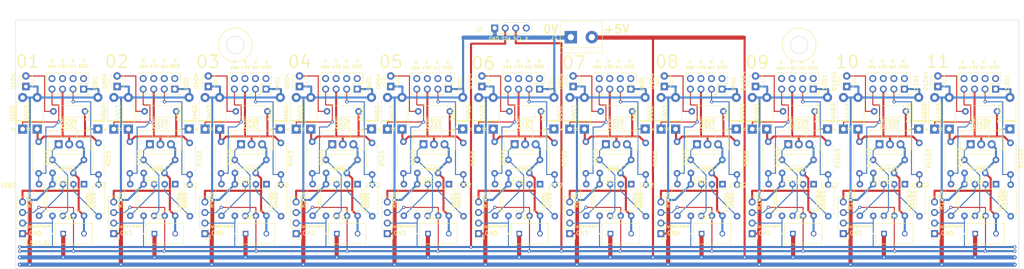
<source format=kicad_pcb>
(kicad_pcb (version 20211014) (generator pcbnew)
  (title_block (title "home2l RootHubs") (date "2022-07-21") (rev "2.0.b54dd54") (company "The Internet Community") (comment 1 "Design based on https://github.com/gkiefer/home2l/tree/master/brownies/circuits") (comment 2 "The home2l Project: https://github.com/gkiefer/home2l") (comment 3 "This project: https://github.com/mc3/home2l") (comment 4 "Multiple Root Hub board for the home2l project (also supports standalone hubs)"))
  (layers (0 "F.Cu" signal) (31 "B.Cu" signal) (34 "B.Paste" user) (35 "F.Paste" user) (36 "B.SilkS" user "B.Silkscreen") (37 "F.SilkS" user "F.Silkscreen") (38 "B.Mask" user) (39 "F.Mask" user) (44 "Edge.Cuts" user))
  (net 0 "")
  (net 1 "/SingleRootHub2/sh_vcc")
  (net 2 "GND")
  (net 3 "/SingleRootHub1/sh_vcc")
  (net 4 "/SingleRootHub3/sh_vcc")
  (net 5 "/SingleRootHub4/sh_vcc")
  (net 6 "/SingleRootHub5/sh_vcc")
  (net 7 "/SingleRootHub6/sh_vcc")
  (net 8 "/SingleRootHub7/sh_vcc")
  (net 9 "/SingleRootHub8/sh_vcc")
  (net 10 "/SingleRootHub9/sh_vcc")
  (net 11 "/SingleRootHub10/sh_vcc")
  (net 12 "/SingleRootHub11/sh_vcc")
  (net 13 "/SingleRootHub2/sn_scl")
  (net 14 "/SingleRootHub2/sn_sda")
  (net 15 "/SingleRootHub2/sn_vcc")
  (net 16 "Net-(D204-Pad2)")
  (net 17 "/SingleRootHub1/sn_scl")
  (net 18 "/SingleRootHub1/sn_sda")
  (net 19 "/SingleRootHub1/sn_vcc")
  (net 20 "Net-(D304-Pad2)")
  (net 21 "/SingleRootHub3/sn_scl")
  (net 22 "/SingleRootHub3/sn_sda")
  (net 23 "/SingleRootHub3/sn_vcc")
  (net 24 "Net-(D404-Pad2)")
  (net 25 "/SingleRootHub4/sn_scl")
  (net 26 "/SingleRootHub4/sn_sda")
  (net 27 "/SingleRootHub4/sn_vcc")
  (net 28 "Net-(D504-Pad2)")
  (net 29 "/SingleRootHub5/sn_scl")
  (net 30 "/SingleRootHub5/sn_sda")
  (net 31 "/SingleRootHub5/sn_vcc")
  (net 32 "Net-(D604-Pad2)")
  (net 33 "/SingleRootHub6/sn_scl")
  (net 34 "/SingleRootHub6/sn_sda")
  (net 35 "/SingleRootHub6/sn_vcc")
  (net 36 "Net-(D704-Pad2)")
  (net 37 "/SingleRootHub7/sn_scl")
  (net 38 "/SingleRootHub7/sn_sda")
  (net 39 "/SingleRootHub7/sn_vcc")
  (net 40 "Net-(D804-Pad2)")
  (net 41 "/SingleRootHub8/sn_scl")
  (net 42 "/SingleRootHub8/sn_sda")
  (net 43 "/SingleRootHub8/sn_vcc")
  (net 44 "Net-(D904-Pad2)")
  (net 45 "/SingleRootHub9/sn_scl")
  (net 46 "/SingleRootHub9/sn_sda")
  (net 47 "/SingleRootHub9/sn_vcc")
  (net 48 "Net-(D1004-Pad2)")
  (net 49 "/SingleRootHub10/sn_scl")
  (net 50 "/SingleRootHub10/sn_sda")
  (net 51 "/SingleRootHub10/sn_vcc")
  (net 52 "Net-(D1104-Pad2)")
  (net 53 "/SingleRootHub11/sn_scl")
  (net 54 "/SingleRootHub11/sn_sda")
  (net 55 "/SingleRootHub11/sn_vcc")
  (net 56 "Net-(D1204-Pad2)")
  (net 57 "VCCQ")
  (net 58 "SDA")
  (net 59 "SCL")
  (net 105 "/SingleRootHub2/twi_ma_scl")
  (net 106 "/SingleRootHub2/twi_ma_sda")
  (net 107 "/SingleRootHub1/twi_ma_scl")
  (net 108 "/SingleRootHub1/twi_ma_sda")
  (net 109 "/SingleRootHub3/twi_ma_scl")
  (net 110 "/SingleRootHub3/twi_ma_sda")
  (net 111 "/SingleRootHub4/twi_ma_scl")
  (net 112 "/SingleRootHub4/twi_ma_sda")
  (net 113 "/SingleRootHub5/twi_ma_scl")
  (net 114 "/SingleRootHub5/twi_ma_sda")
  (net 115 "/SingleRootHub6/twi_ma_scl")
  (net 116 "/SingleRootHub6/twi_ma_sda")
  (net 117 "/SingleRootHub7/twi_ma_scl")
  (net 118 "/SingleRootHub7/twi_ma_sda")
  (net 119 "/SingleRootHub8/twi_ma_scl")
  (net 120 "/SingleRootHub8/twi_ma_sda")
  (net 121 "/SingleRootHub9/twi_ma_scl")
  (net 122 "/SingleRootHub9/twi_ma_sda")
  (net 123 "/SingleRootHub10/twi_ma_scl")
  (net 124 "/SingleRootHub10/twi_ma_sda")
  (net 125 "/SingleRootHub11/twi_ma_scl")
  (net 126 "/SingleRootHub11/twi_ma_sda")
  (net 138 "/SingleRootHub2/gpio0")
  (net 139 "/SingleRootHub1/gpio0")
  (net 140 "/SingleRootHub3/gpio0")
  (net 141 "/SingleRootHub4/gpio0")
  (net 142 "/SingleRootHub5/gpio0")
  (net 143 "/SingleRootHub6/gpio0")
  (net 144 "/SingleRootHub7/gpio0")
  (net 145 "/SingleRootHub8/gpio0")
  (net 146 "/SingleRootHub9/gpio0")
  (net 147 "/SingleRootHub10/gpio0")
  (net 148 "/SingleRootHub11/gpio0")
  (footprint "Polyfuse_Schurter_PFRA" (layer "F.Cu") (at 41.385 152.535)
    (fp_text reference "F201")
    (fp_text value "0.5/1.0A Polyfuse")
  )
  (footprint "Polyfuse_Schurter_PFRA" (layer "F.Cu") (at 129.385 152.535)
    (fp_text reference "F601")
    (fp_text value "0.5/1.0A Polyfuse")
  )
  (footprint "R_Axial_DIN0207_L6.3mm_D2.5mm_P7.62mm_Horizontal" (layer "F.Cu") (at 113.44 148.325 90)
    (fp_text reference "R502")
    (fp_text value "100")
  )
  (footprint "D_DO-41_SOD81_P7.62mm_Horizontal" (layer "F.Cu") (at 113.25 127.285 90)
    (fp_text reference "D501")
    (fp_text value "ZD6.8")
  )
  (footprint "R_Axial_DIN0207_L6.3mm_D2.5mm_P7.62mm_Horizontal" (layer "F.Cu") (at 201.39 130.635 -90)
    (fp_text reference "R903")
    (fp_text value "1k")
  )
  (footprint "R_Axial_DIN0207_L6.3mm_D2.5mm_P7.62mm_Horizontal" (layer "F.Cu") (at 69.44 148.325 90)
    (fp_text reference "R302")
    (fp_text value "100")
  )
  (footprint "C_Disc_D4.3mm_W1.9mm_P5.00mm" (layer "F.Cu") (at 63.3 137.9 180)
    (fp_text reference "C301")
    (fp_text value "100n")
  )
  (footprint "DIP-8_W7.62mm" (layer "F.Cu") (at 263.9 140.605 -90)
    (fp_text reference "U1201")
    (fp_text value "ATtiny85-20P")
  )
  (footprint "Polyfuse_Schurter_PFRA" (layer "F.Cu") (at 85.385 152.535)
    (fp_text reference "F401")
    (fp_text value "0.5/1.0A Polyfuse")
  )
  (footprint "R_Axial_DIN0207_L6.3mm_D2.5mm_P7.62mm_Horizontal" (layer "F.Cu") (at 179.39 130.635 -90)
    (fp_text reference "R803")
    (fp_text value "1k")
  )
  (footprint "D_DO-41_SOD81_P7.62mm_Horizontal" (layer "F.Cu") (at 47.25 127.285 90)
    (fp_text reference "D201")
    (fp_text value "ZD6.8")
  )
  (footprint "D_DO-41_SOD81_P7.62mm_Horizontal" (layer "F.Cu") (at 205.1 127.305 90)
    (fp_text reference "D1002")
    (fp_text value "ZD6.8")
  )
  (footprint "R_Axial_DIN0207_L6.3mm_D2.5mm_P7.62mm_Horizontal" (layer "F.Cu") (at 186.95 130.355 -90)
    (fp_text reference "R905")
    (fp_text value "1k")
  )
  (footprint "D_DO-41_SOD81_P7.62mm_Horizontal" (layer "F.Cu") (at 120.6 127.305 90)
    (fp_text reference "D603")
    (fp_text value "ZD6.8")
  )
  (footprint "C_Disc_D4.3mm_W1.9mm_P5.00mm" (layer "F.Cu") (at 151.3 137.9 180)
    (fp_text reference "C701")
    (fp_text value "100n")
  )
  (footprint "R_Axial_DIN0207_L6.3mm_D2.5mm_P7.62mm_Horizontal" (layer "F.Cu") (at 264.14 123.025 180)
    (fp_text reference "R1206")
    (fp_text value "180")
  )
  (footprint "R_Axial_DIN0207_L6.3mm_D2.5mm_P7.62mm_Horizontal" (layer "F.Cu") (at 175.88 134.735 180)
    (fp_text reference "R801")
    (fp_text value "47k")
  )
  (footprint "LED_D3.0mm" (layer "F.Cu") (at 51.88 117.035 90)
    (fp_text reference "D304")
    (fp_text value "LED")
  )
  (footprint "R_Axial_DIN0207_L6.3mm_D2.5mm_P7.62mm_Horizontal" (layer "F.Cu") (at 33.05 148.205 90)
    (fp_text reference "R204")
    (fp_text value "100")
  )
  (footprint "R_Axial_DIN0207_L6.3mm_D2.5mm_P7.62mm_Horizontal" (layer "F.Cu") (at 110.14 123.025 180)
    (fp_text reference "R506")
    (fp_text value "180")
  )
  (footprint "C_Disc_D4.3mm_W1.9mm_P5.00mm" (layer "F.Cu") (at 107.3 137.9 180)
    (fp_text reference "C501")
    (fp_text value "100n")
  )
  (footprint "LED_D3.0mm" (layer "F.Cu") (at 117.88 117.035 90)
    (fp_text reference "D604")
    (fp_text value "LED")
  )
  (footprint "PinHeader_1x04_P2.54mm_Vertical" (layer "F.Cu") (at 161.065 152.525 180)
    (fp_text reference "J802")
    (fp_text value "Conn_01x04_Male")
  )
  (footprint "TO-220-3_Vertical" (layer "F.Cu") (at 213.78 130.985)
    (fp_text reference "Q1001")
    (fp_text value "IRF5305")
  )
  (footprint "R_Axial_DIN0207_L6.3mm_D2.5mm_P7.62mm_Horizontal" (layer "F.Cu") (at 32.95 130.355 -90)
    (fp_text reference "R205")
    (fp_text value "1k")
  )
  (footprint "R_Axial_DIN0207_L6.3mm_D2.5mm_P7.62mm_Horizontal" (layer "F.Cu") (at 153.88 134.735 180)
    (fp_text reference "R701")
    (fp_text value "47k")
  )
  (footprint "D_DO-41_SOD81_P7.62mm_Horizontal" (layer "F.Cu") (at 179.25 127.285 90)
    (fp_text reference "D801")
    (fp_text value "ZD6.8")
  )
  (footprint "R_Axial_DIN0207_L6.3mm_D2.5mm_P7.62mm_Horizontal" (layer "F.Cu") (at 201.44 148.325 90)
    (fp_text reference "R902")
    (fp_text value "100")
  )
  (footprint "R_Axial_DIN0207_L6.3mm_D2.5mm_P7.62mm_Horizontal" (layer "F.Cu") (at 157.44 148.325 90)
    (fp_text reference "R702")
    (fp_text value "100")
  )
  (footprint "D_DO-41_SOD81_P7.62mm_Horizontal" (layer "F.Cu") (at 29.1 127.305 90)
    (fp_text reference "D202")
    (fp_text value "ZD6.8")
  )
  (footprint "PinSocket_2x04_P2.54mm_Vertical" (layer "F.Cu") (at 109.8 117.655 -90)
    (fp_text reference "J501")
    (fp_text value "Conn_02x04_Odd_Even")
  )
  (footprint "R_Axial_DIN0207_L6.3mm_D2.5mm_P7.62mm_Horizontal" (layer "F.Cu") (at 131.88 134.735 180)
    (fp_text reference "R601")
    (fp_text value "47k")
  )
  (footprint "R_Axial_DIN0207_L6.3mm_D2.5mm_P7.62mm_Horizontal" (layer "F.Cu") (at 135.39 130.635 -90)
    (fp_text reference "R603")
    (fp_text value "1k")
  )
  (footprint "R_Axial_DIN0207_L6.3mm_D2.5mm_P7.62mm_Horizontal" (layer "F.Cu") (at 263.88 134.735 180)
    (fp_text reference "R1201")
    (fp_text value "47k")
  )
  (footprint "R_Axial_DIN0207_L6.3mm_D2.5mm_P7.62mm_Horizontal" (layer "F.Cu") (at 120.95 130.355 -90)
    (fp_text reference "R605")
    (fp_text value "1k")
  )
  (footprint "LED_D3.0mm" (layer "F.Cu") (at 205.88 117.035 90)
    (fp_text reference "D1004")
    (fp_text value "LED")
  )
  (footprint "C_Disc_D4.3mm_W1.9mm_P5.00mm" (layer "F.Cu") (at 41.3 137.9 180)
    (fp_text reference "C201")
    (fp_text value "100n")
  )
  (footprint "D_DO-41_SOD81_P7.62mm_Horizontal" (layer "F.Cu") (at 252.6 127.305 90)
    (fp_text reference "D1203")
    (fp_text value "ZD6.8")
  )
  (footprint "PinHeader_1x04_P2.54mm_Vertical" (layer "F.Cu") (at 73.065 152.525 180)
    (fp_text reference "J402")
    (fp_text value "Conn_01x04_Male")
  )
  (footprint "DIP-8_W7.62mm" (layer "F.Cu") (at 197.9 140.605 -90)
    (fp_text reference "U901")
    (fp_text value "ATtiny85-20P")
  )
  (footprint "R_Axial_DIN0207_L6.3mm_D2.5mm_P7.62mm_Horizontal" (layer "F.Cu") (at 164.95 130.355 -90)
    (fp_text reference "R805")
    (fp_text value "1k")
  )
  (footprint "DIP-8_W7.62mm" (layer "F.Cu") (at 131.9 140.605 -90)
    (fp_text reference "U601")
    (fp_text value "ATtiny85-20P")
  )
  (footprint "TO-220-3_Vertical" (layer "F.Cu") (at 103.78 130.985)
    (fp_text reference "Q501")
    (fp_text value "IRF5305")
  )
  (footprint "TO-220-3_Vertical" (layer "F.Cu") (at 147.78 130.985)
    (fp_text reference "Q701")
    (fp_text value "IRF5305")
  )
  (footprint "C_Disc_D4.3mm_W1.9mm_P5.00mm" (layer "F.Cu") (at 129.3 137.9 180)
    (fp_text reference "C601")
    (fp_text value "100n")
  )
  (footprint "TerminalBlock_bornier-2_P5.08mm" (layer "F.Cu") (at 161.32 105.135)
    (fp_text reference "J1")
    (fp_text value "Screw_Terminal_01x02")
  )
  (footprint "PinSocket_2x04_P2.54mm_Vertical" (layer "F.Cu") (at 175.8 117.655 -90)
    (fp_text reference "J801")
    (fp_text value "Conn_02x04_Odd_Even")
  )
  (footprint "R_Axial_DIN0207_L6.3mm_D2.5mm_P7.62mm_Horizontal" (layer "F.Cu") (at 44.14 123.025 180)
    (fp_text reference "R206")
    (fp_text value "180")
  )
  (footprint "R_Axial_DIN0207_L6.3mm_D2.5mm_P7.62mm_Horizontal" (layer "F.Cu") (at 109.88 134.735 180)
    (fp_text reference "R501")
    (fp_text value "47k")
  )
  (footprint "D_DO-41_SOD81_P7.62mm_Horizontal" (layer "F.Cu") (at 267.25 127.285 90)
    (fp_text reference "D1201")
    (fp_text value "ZD6.8")
  )
  (footprint "R_Axial_DIN0207_L6.3mm_D2.5mm_P7.62mm_Horizontal" (layer "F.Cu") (at 220.14 123.025 180)
    (fp_text reference "R1006")
    (fp_text value "180")
  )
  (footprint "R_Axial_DIN0207_L6.3mm_D2.5mm_P7.62mm_Horizontal" (layer "F.Cu") (at 197.88 134.735 180)
    (fp_text reference "R901")
    (fp_text value "47k")
  )
  (footprint "R_Axial_DIN0207_L6.3mm_D2.5mm_P7.62mm_Horizontal" (layer "F.Cu") (at 245.39 130.635 -90)
    (fp_text reference "R1103")
    (fp_text value "1k")
  )
  (footprint "TO-220-3_Vertical" (layer "F.Cu") (at 81.78 130.985)
    (fp_text reference "Q401")
    (fp_text value "IRF5305")
  )
  (footprint "R_Axial_DIN0207_L6.3mm_D2.5mm_P7.62mm_Horizontal" (layer "F.Cu") (at 198.14 123.025 180)
    (fp_text reference "R906")
    (fp_text value "180")
  )
  (footprint "D_DO-41_SOD81_P7.62mm_Horizontal" (layer "F.Cu") (at 54.6 127.305 90)
    (fp_text reference "D303")
    (fp_text value "ZD6.8")
  )
  (footprint "DIP-8_W7.62mm" (layer "F.Cu") (at 175.9 140.605 -90)
    (fp_text reference "U801")
    (fp_text value "ATtiny85-20P")
  )
  (footprint "R_Axial_DIN0207_L6.3mm_D2.5mm_P7.62mm_Horizontal" (layer "F.Cu") (at 135.44 148.325 90)
    (fp_text reference "R602")
    (fp_text value "100")
  )
  (footprint "PinSocket_2x04_P2.54mm_Vertical" (layer "F.Cu") (at 241.8 117.655 -90)
    (fp_text reference "J1101")
    (fp_text value "Conn_02x04_Odd_Even")
  )
  (footprint "D_DO-41_SOD81_P7.62mm_Horizontal" (layer "F.Cu") (at 69.25 127.285 90)
    (fp_text reference "D301")
    (fp_text value "ZD6.8")
  )
  (footprint "DIP-8_W7.62mm" (layer "F.Cu") (at 87.9 140.605 -90)
    (fp_text reference "U401")
    (fp_text value "ATtiny85-20P")
  )
  (footprint "R_Axial_DIN0207_L6.3mm_D2.5mm_P7.62mm_Horizontal" (layer "F.Cu") (at 179.44 148.325 90)
    (fp_text reference "R802")
    (fp_text value "100")
  )
  (footprint "PinHeader_1x04_P2.54mm_Vertical" (layer "F.Cu") (at 51.065 152.525 180)
    (fp_text reference "J302")
    (fp_text value "Conn_01x04_Male")
  )
  (footprint "PinHeader_1x04_P2.54mm_Vertical" (layer "F.Cu") (at 95.065 152.525 180)
    (fp_text reference "J502")
    (fp_text value "Conn_01x04_Male")
  )
  (footprint "D_DO-41_SOD81_P7.62mm_Horizontal" (layer "F.Cu") (at 223.25 127.285 90)
    (fp_text reference "D1001")
    (fp_text value "ZD6.8")
  )
  (footprint "R_Axial_DIN0207_L6.3mm_D2.5mm_P7.62mm_Horizontal" (layer "F.Cu") (at 66.14 123.025 180)
    (fp_text reference "R306")
    (fp_text value "180")
  )
  (footprint "PinSocket_2x04_P2.54mm_Vertical" (layer "F.Cu") (at 131.8 117.655 -90)
    (fp_text reference "J601")
    (fp_text value "Conn_02x04_Odd_Even")
  )
  (footprint "D_DO-41_SOD81_P7.62mm_Horizontal" (layer "F.Cu") (at 157.25 127.285 90)
    (fp_text reference "D701")
    (fp_text value "ZD6.8")
  )
  (footprint "R_Axial_DIN0207_L6.3mm_D2.5mm_P7.62mm_Horizontal" (layer "F.Cu") (at 76.95 130.355 -90)
    (fp_text reference "R405")
    (fp_text value "1k")
  )
  (footprint "D_DO-41_SOD81_P7.62mm_Horizontal" (layer "F.Cu") (at 183.1 127.305 90)
    (fp_text reference "D902")
    (fp_text value "ZD6.8")
  )
  (footprint "R_Axial_DIN0207_L6.3mm_D2.5mm_P7.62mm_Horizontal" (layer "F.Cu") (at 208.95 130.355 -90)
    (fp_text reference "R1005")
    (fp_text value "1k")
  )
  (footprint "R_Axial_DIN0207_L6.3mm_D2.5mm_P7.62mm_Horizontal" (layer "F.Cu") (at 143.05 148.205 90)
    (fp_text reference "R704")
    (fp_text value "100")
  )
  (footprint "R_Axial_DIN0207_L6.3mm_D2.5mm_P7.62mm_Horizontal" (layer "F.Cu") (at 242.14 123.025 180)
    (fp_text reference "R1106")
    (fp_text value "180")
  )
  (footprint "LED_D3.0mm" (layer "F.Cu") (at 161.88 117.035 90)
    (fp_text reference "D804")
    (fp_text value "LED")
  )
  (footprint "PinHeader_1x04_P2.54mm_Vertical" (layer "F.Cu") (at 227.065 152.525 180)
    (fp_text reference "J1102")
    (fp_text value "Conn_01x04_Male")
  )
  (footprint "D_DO-41_SOD81_P7.62mm_Horizontal" (layer "F.Cu") (at 201.25 127.285 90)
    (fp_text reference "D901")
    (fp_text value "ZD6.8")
  )
  (footprint "R_Axial_DIN0207_L6.3mm_D2.5mm_P7.62mm_Horizontal" (layer "F.Cu") (at 43.88 134.735 180)
    (fp_text reference "R201")
    (fp_text value "47k")
  )
  (footprint "D_DO-41_SOD81_P7.62mm_Horizontal" (layer "F.Cu") (at 76.6 127.305 90)
    (fp_text reference "D403")
    (fp_text value "ZD6.8")
  )
  (footprint "R_Axial_DIN0207_L6.3mm_D2.5mm_P7.62mm_Horizontal" (layer "F.Cu") (at 176.14 123.025 180)
    (fp_text reference "R806")
    (fp_text value "180")
  )
  (footprint "R_Axial_DIN0207_L6.3mm_D2.5mm_P7.62mm_Horizontal" (layer "F.Cu") (at 209.05 148.205 90)
    (fp_text reference "R1004")
    (fp_text value "100")
  )
  (footprint "D_DO-41_SOD81_P7.62mm_Horizontal" (layer "F.Cu") (at 117.1 127.305 90)
    (fp_text reference "D602")
    (fp_text value "ZD6.8")
  )
  (footprint "D_DO-41_SOD81_P7.62mm_Horizontal" (layer "F.Cu") (at 186.6 127.305 90)
    (fp_text reference "D903")
    (fp_text value "ZD6.8")
  )
  (footprint "R_Axial_DIN0207_L6.3mm_D2.5mm_P7.62mm_Horizontal" (layer "F.Cu") (at 113.39 130.635 -90)
    (fp_text reference "R503")
    (fp_text value "1k")
  )
  (footprint "PinHeader_1x04_P2.54mm_Vertical" (layer "F.Cu") (at 29.065 152.525 180)
    (fp_text reference "J202")
    (fp_text value "Conn_01x04_Male")
  )
  (footprint "LED_D3.0mm" (layer "F.Cu") (at 29.88 117.035 90)
    (fp_text reference "D204")
    (fp_text value "LED")
  )
  (footprint "PinSocket_2x04_P2.54mm_Vertical" (layer "F.Cu") (at 65.8 117.655 -90)
    (fp_text reference "J301")
    (fp_text value "Conn_02x04_Odd_Even")
  )
  (footprint "R_Axial_DIN0207_L6.3mm_D2.5mm_P7.62mm_Horizontal" (layer "F.Cu") (at 223.39 130.635 -90)
    (fp_text reference "R1003")
    (fp_text value "1k")
  )
  (footprint "D_DO-41_SOD81_P7.62mm_Horizontal" (layer "F.Cu") (at 98.6 127.305 90)
    (fp_text reference "D503")
    (fp_text value "ZD6.8")
  )
  (footprint "PinSocket_2x04_P2.54mm_Vertical" (layer "F.Cu") (at 87.8 117.655 -90)
    (fp_text reference "J401")
    (fp_text value "Conn_02x04_Odd_Even")
  )
  (footprint "DIP-8_W7.62mm" (layer "F.Cu") (at 109.9 140.605 -90)
    (fp_text reference "U501")
    (fp_text value "ATtiny85-20P")
  )
  (footprint "DIP-8_W7.62mm" (layer "F.Cu") (at 153.9 140.605 -90)
    (fp_text reference "U701")
    (fp_text value "ATtiny85-20P")
  )
  (footprint "R_Axial_DIN0207_L6.3mm_D2.5mm_P7.62mm_Horizontal" (layer "F.Cu") (at 252.95 130.355 -90)
    (fp_text reference "R1205")
    (fp_text value "1k")
  )
  (footprint "R_Axial_DIN0207_L6.3mm_D2.5mm_P7.62mm_Horizontal" (layer "F.Cu") (at 132.14 123.025 180)
    (fp_text reference "R606")
    (fp_text value "180")
  )
  (footprint "R_Axial_DIN0207_L6.3mm_D2.5mm_P7.62mm_Horizontal" (layer "F.Cu") (at 231.05 148.205 90)
    (fp_text reference "R1104")
    (fp_text value "100")
  )
  (footprint "C_Disc_D4.3mm_W1.9mm_P5.00mm" (layer "F.Cu") (at 195.3 137.9 180)
    (fp_text reference "C901")
    (fp_text value "100n")
  )
  (footprint "R_Axial_DIN0207_L6.3mm_D2.5mm_P7.62mm_Horizontal" (layer "F.Cu") (at 91.39 130.635 -90)
    (fp_text reference "R403")
    (fp_text value "1k")
  )
  (footprint "PinHeader_1x04_P2.54mm_Vertical" (layer "F.Cu") (at 205.065 152.525 180)
    (fp_text reference "J1002")
    (fp_text value "Conn_01x04_Male")
  )
  (footprint "D_DO-41_SOD81_P7.62mm_Horizontal" (layer "F.Cu") (at 91.25 127.285 90)
    (fp_text reference "D401")
    (fp_text value "ZD6.8")
  )
  (footprint "R_Axial_DIN0207_L6.3mm_D2.5mm_P7.62mm_Horizontal" (layer "F.Cu") (at 230.95 130.355 -90)
    (fp_text reference "R1105")
    (fp_text value "1k")
  )
  (footprint "Polyfuse_Schurter_PFRA" (layer "F.Cu") (at 173.385 152.535)
    (fp_text reference "F801")
    (fp_text value "0.5/1.0A Polyfuse")
  )
  (footprint "Polyfuse_Schurter_PFRA" (layer "F.Cu") (at 261.385 152.535)
    (fp_text reference "F1201")
    (fp_text value "0.5/1.0A Polyfuse")
  )
  (footprint "R_Axial_DIN0207_L6.3mm_D2.5mm_P7.62mm_Horizontal" (layer "F.Cu") (at 65.88 134.735 180)
    (fp_text reference "R301")
    (fp_text value "47k")
  )
  (footprint "C_Disc_D4.3mm_W1.9mm_P5.00mm" (layer "F.Cu") (at 173.3 137.9 180)
    (fp_text reference "C801")
    (fp_text value "100n")
  )
  (footprint "PinSocket_2x04_P2.54mm_Vertical" (layer "F.Cu") (at 43.8 117.655 -90)
    (fp_text reference "J201")
    (fp_text value "Conn_02x04_Odd_Even")
  )
  (footprint "R_Axial_DIN0207_L6.3mm_D2.5mm_P7.62mm_Horizontal" (layer "F.Cu") (at 154.14 123.025 180)
    (fp_text reference "R706")
    (fp_text value "180")
  )
  (footprint "R_Axial_DIN0207_L6.3mm_D2.5mm_P7.62mm_Horizontal" (layer "F.Cu") (at 47.44 148.325 90)
    (fp_text reference "R202")
    (fp_text value "100")
  )
  (footprint "Polyfuse_Schurter_PFRA" (layer "F.Cu") (at 107.385 152.535)
    (fp_text reference "F501")
    (fp_text value "0.5/1.0A Polyfuse")
  )
  (footprint "PinSocket_2x04_P2.54mm_Vertical" (layer "F.Cu") (at 263.8 117.655 -90)
    (fp_text reference "J1201")
    (fp_text value "Conn_02x04_Odd_Even")
  )
  (footprint "C_Disc_D4.3mm_W1.9mm_P5.00mm" (layer "F.Cu") (at 261.3 137.9 180)
    (fp_text reference "C1201")
    (fp_text value "100n")
  )
  (footprint "D_DO-41_SOD81_P7.62mm_Horizontal" (layer "F.Cu") (at 139.1 127.305 90)
    (fp_text reference "D702")
    (fp_text value "ZD6.8")
  )
  (footprint "R_Axial_DIN0207_L6.3mm_D2.5mm_P7.62mm_Horizontal" (layer "F.Cu") (at 253.05 148.205 90)
    (fp_text reference "R1204")
    (fp_text value "100")
  )
  (footprint "R_Axial_DIN0207_L6.3mm_D2.5mm_P7.62mm_Horizontal" (layer "F.Cu") (at 267.44 148.325 90)
    (fp_text reference "R1202")
    (fp_text value "100")
  )
  (footprint "R_Axial_DIN0207_L6.3mm_D2.5mm_P7.62mm_Horizontal" (layer "F.Cu") (at 88.14 123.025 180)
    (fp_text reference "R406")
    (fp_text value "180")
  )
  (footprint "LED_D3.0mm" (layer "F.Cu") (at 139.88 117.035 90)
    (fp_text reference "D704")
    (fp_text value "LED")
  )
  (footprint "PinSocket_2x04_P2.54mm_Vertical" (layer "F.Cu") (at 153.8 117.655 -90)
    (fp_text reference "J701")
    (fp_text value "Conn_02x04_Odd_Even")
  )
  (footprint "R_Axial_DIN0207_L6.3mm_D2.5mm_P7.62mm_Horizontal" (layer "F.Cu") (at 55.05 148.205 90)
    (fp_text reference "R304")
    (fp_text value "100")
  )
  (footprint "PinHeader_1x04_P2.54mm_Vertical" (layer "F.Cu") (at 249.065 152.525 180)
    (fp_text reference "J1202")
    (fp_text value "Conn_01x04_Male")
  )
  (footprint "PinHeader_1x04_P2.54mm_Vertical" (layer "F.Cu") (at 183.065 152.525 180)
    (fp_text reference "J902")
    (fp_text value "Conn_01x04_Male")
  )
  (footprint "R_Axial_DIN0207_L6.3mm_D2.5mm_P7.62mm_Horizontal" (layer "F.Cu") (at 54.95 130.355 -90)
    (fp_text reference "R305")
    (fp_text value "1k")
  )
  (footprint "PinHeader_1x04_P2.54mm_Vertical" (layer "F.Cu") (at 117.065 152.525 180)
    (fp_text reference "J602")
    (fp_text value "Conn_01x04_Male")
  )
  (footprint "C_Disc_D4.3mm_W1.9mm_P5.00mm" (layer "F.Cu") (at 239.3 137.9 180)
    (fp_text reference "C1101")
    (fp_text value "100n")
  )
  (footprint "D_DO-41_SOD81_P7.62mm_Horizontal" (layer "F.Cu") (at 245.25 127.285 90)
    (fp_text reference "D1101")
    (fp_text value "ZD6.8")
  )
  (footprint "D_DO-41_SOD81_P7.62mm_Horizontal" (layer "F.Cu") (at 249.1 127.305 90)
    (fp_text reference "D1202")
    (fp_text value "ZD6.8")
  )
  (footprint "PinSocket_2x04_P2.54mm_Vertical" (layer "F.Cu") (at 219.8 117.655 -90)
    (fp_text reference "J1001")
    (fp_text value "Conn_02x04_Odd_Even")
  )
  (footprint "R_Axial_DIN0207_L6.3mm_D2.5mm_P7.62mm_Horizontal" (layer "F.Cu") (at 91.44 148.325 90)
    (fp_text reference "R402")
    (fp_text value "100")
  )
  (footprint "Polyfuse_Schurter_PFRA" (layer "F.Cu") (at 239.385 152.535)
    (fp_text reference "F1101")
    (fp_text value "0.5/1.0A Polyfuse")
  )
  (footprint "D_DO-41_SOD81_P7.62mm_Horizontal" (layer "F.Cu") (at 135.25 127.285 90)
    (fp_text reference "D601")
    (fp_text value "ZD6.8")
  )
  (footprint "R_Axial_DIN0207_L6.3mm_D2.5mm_P7.62mm_Horizontal" (layer "F.Cu") (at 157.39 130.635 -90)
    (fp_text reference "R703")
    (fp_text value "1k")
  )
  (footprint "DIP-8_W7.62mm" (layer "F.Cu") (at 43.9 140.605 -90)
    (fp_text reference "U201")
    (fp_text value "ATtiny85-20P")
  )
  (footprint "TO-220-3_Vertical" (layer "F.Cu") (at 125.78 130.985)
    (fp_text reference "Q601")
    (fp_text value "IRF5305")
  )
  (footprint "LED_D3.0mm" (layer "F.Cu") (at 227.88 117.035 90)
    (fp_text reference "D1104")
    (fp_text value "LED")
  )
  (footprint "R_Axial_DIN0207_L6.3mm_D2.5mm_P7.62mm_Horizontal" (layer "F.Cu") (at 77.05 148.205 90)
    (fp_text reference "R404")
    (fp_text value "100")
  )
  (footprint "D_DO-41_SOD81_P7.62mm_Horizontal" (layer "F.Cu") (at 142.6 127.305 90)
    (fp_text reference "D703")
    (fp_text value "ZD6.8")
  )
  (footprint "R_Axial_DIN0207_L6.3mm_D2.5mm_P7.62mm_Horizontal" (layer "F.Cu") (at 241.88 134.735 180)
    (fp_text reference "R1101")
    (fp_text value "47k")
  )
  (footprint "TO-220-3_Vertical" (layer "F.Cu") (at 257.78 130.985)
    (fp_text reference "Q1201")
    (fp_text value "IRF5305")
  )
  (footprint "C_Disc_D4.3mm_W1.9mm_P5.00mm" (layer "F.Cu") (at 217.3 137.9 180)
    (fp_text reference "C1001")
    (fp_text value "100n")
  )
  (footprint "D_DO-41_SOD81_P7.62mm_Horizontal" (layer "F.Cu") (at 164.6 127.305 90)
    (fp_text reference "D803")
    (fp_text value "ZD6.8")
  )
  (footprint "D_DO-41_SOD81_P7.62mm_Horizontal" (layer "F.Cu") (at 161.1 127.305 90)
    (fp_text reference "D802")
    (fp_text value "ZD6.8")
  )
  (footprint "D_DO-41_SOD81_P7.62mm_Horizontal" (layer "F.Cu") (at 32.6 127.305 90)
    (fp_text reference "D203")
    (fp_text value "ZD6.8")
  )
  (footprint "Polyfuse_Schurter_PFRA" (layer "F.Cu") (at 151.385 152.535)
    (fp_text reference "F701")
    (fp_text value "0.5/1.0A Polyfuse")
  )
  (footprint "DIP-8_W7.62mm" (layer "F.Cu") (at 241.9 140.605 -90)
    (fp_text reference "U1101")
    (fp_text value "ATtiny85-20P")
  )
  (footprint "R_Axial_DIN0207_L6.3mm_D2.5mm_P7.62mm_Horizontal" (layer "F.Cu") (at 87.88 134.735 180)
    (fp_text reference "R401")
    (fp_text value "47k")
  )
  (footprint "R_Axial_DIN0207_L6.3mm_D2.5mm_P7.62mm_Horizontal" (layer "F.Cu") (at 98.95 130.355 -90)
    (fp_text reference "R505")
    (fp_text value "1k")
  )
  (footprint "R_Axial_DIN0207_L6.3mm_D2.5mm_P7.62mm_Horizontal" (layer "F.Cu") (at 223.44 148.325 90)
    (fp_text reference "R1002")
    (fp_text value "100")
  )
  (footprint "D_DO-41_SOD81_P7.62mm_Horizontal" (layer "F.Cu") (at 95.1 127.305 90)
    (fp_text reference "D502")
    (fp_text value "ZD6.8")
  )
  (footprint "PinSocket_2x04_P2.54mm_Vertical" (layer "F.Cu") (at 197.8 117.655 -90)
    (fp_text reference "J901")
    (fp_text value "Conn_02x04_Odd_Even")
  )
  (footprint "R_Axial_DIN0207_L6.3mm_D2.5mm_P7.62mm_Horizontal" (layer "F.Cu") (at 99.05 148.205 90)
    (fp_text reference "R504")
    (fp_text value "100")
  )
  (footprint "TO-220-3_Vertical" (layer "F.Cu") (at 235.78 130.985)
    (fp_text reference "Q1101")
    (fp_text value "IRF5305")
  )
  (footprint "PinHeader_1x04_P2.54mm_Vertical" (layer "F.Cu") (at 142.96 102.935 90)
    (fp_text reference "J2")
    (fp_text value "Conn_01x04_Male")
  )
  (footprint "TO-220-3_Vertical" (layer "F.Cu") (at 59.78 130.985)
    (fp_text reference "Q301")
    (fp_text value "IRF5305")
  )
  (footprint "LED_D3.0mm" (layer "F.Cu") (at 73.88 117.035 90)
    (fp_text reference "D404")
    (fp_text value "LED")
  )
  (footprint "D_DO-41_SOD81_P7.62mm_Horizontal" (layer "F.Cu") (at 230.6 127.305 90)
    (fp_text reference "D1103")
    (fp_text value "ZD6.8")
  )
  (footprint "D_DO-41_SOD81_P7.62mm_Horizontal" (layer "F.Cu") (at 51.1 127.305 90)
    (fp_text reference "D302")
    (fp_text value "ZD6.8")
  )
  (footprint "D_DO-41_SOD81_P7.62mm_Horizontal" (layer "F.Cu") (at 227.1 127.305 90)
    (fp_text reference "D1102")
    (fp_text value "ZD6.8")
  )
  (footprint "R_Axial_DIN0207_L6.3mm_D2.5mm_P7.62mm_Horizontal" (layer "F.Cu") (at 267.39 130.635 -90)
    (fp_text reference "R1203")
    (fp_text value "1k")
  )
  (footprint "DIP-8_W7.62mm" (layer "F.Cu") (at 219.9 140.605 -90)
    (fp_text reference "U1001")
    (fp_text value "ATtiny85-20P")
  )
  (footprint "LED_D3.0mm" (layer "F.Cu") (at 249.88 117.035 90)
    (fp_text reference "D1204")
    (fp_text value "LED")
  )
  (footprint "R_Axial_DIN0207_L6.3mm_D2.5mm_P7.62mm_Horizontal" (layer "F.Cu") (at 142.95 130.355 -90)
    (fp_text reference "R705")
    (fp_text value "1k")
  )
  (footprint "D_DO-41_SOD81_P7.62mm_Horizontal" (layer "F.Cu") (at 208.6 127.305 90)
    (fp_text reference "D1003")
    (fp_text value "ZD6.8")
  )
  (footprint "R_Axial_DIN0207_L6.3mm_D2.5mm_P7.62mm_Horizontal" (layer "F.Cu") (at 121.05 148.205 90)
    (fp_text reference "R604")
    (fp_text value "100")
  )
  (footprint "R_Axial_DIN0207_L6.3mm_D2.5mm_P7.62mm_Horizontal" (layer "F.Cu") (at 219.88 134.735 180)
    (fp_text reference "R1001")
    (fp_text value "47k")
  )
  (footprint "R_Axial_DIN0207_L6.3mm_D2.5mm_P7.62mm_Horizontal" (layer "F.Cu") (at 69.39 130.635 -90)
    (fp_text reference "R303")
    (fp_text value "1k")
  )
  (footprint "R_Axial_DIN0207_L6.3mm_D2.5mm_P7.62mm_Horizontal" (layer "F.Cu") (at 47.39 130.635 -90)
    (fp_text reference "R203")
    (fp_text value "1k")
  )
  (footprint "PinHeader_1x04_P2.54mm_Vertical" (layer "F.Cu") (at 139.065 152.525 180)
    (fp_text reference "J702")
    (fp_text value "Conn_01x04_Male")
  )
  (footprint "TO-220-3_Vertical" (layer "F.Cu") (at 37.78 130.985)
    (fp_text reference "Q201")
    (fp_text value "IRF5305")
  )
  (footprint "R_Axial_DIN0207_L6.3mm_D2.5mm_P7.62mm_Horizontal" (layer "F.Cu") (at 187.05 148.205 90)
    (fp_text reference "R904")
    (fp_text value "100")
  )
  (footprint "Polyfuse_Schurter_PFRA" (layer "F.Cu") (at 217.385 152.535)
    (fp_text reference "F1001")
    (fp_text value "0.5/1.0A Polyfuse")
  )
  (footprint "R_Axial_DIN0207_L6.3mm_D2.5mm_P7.62mm_Horizontal" (layer "F.Cu") (at 165.05 148.205 90)
    (fp_text reference "R804")
    (fp_text value "100")
  )
  (footprint "Polyfuse_Schurter_PFRA" (layer "F.Cu") (at 63.385 152.535)
    (fp_text reference "F301")
    (fp_text value "0.5/1.0A Polyfuse")
  )
  (footprint "TO-220-3_Vertical" (layer "F.Cu") (at 191.78 130.985)
    (fp_text reference "Q901")
    (fp_text value "IRF5305")
  )
  (footprint "LED_D3.0mm" (layer "F.Cu") (at 183.88 117.035 90)
    (fp_text reference "D904")
    (fp_text value "LED")
  )
  (footprint "DIP-8_W7.62mm" (layer "F.Cu") (at 65.9 140.605 -90)
    (fp_text reference "U301")
    (fp_text value "ATtiny85-20P")
  )
  (footprint "R_Axial_DIN0207_L6.3mm_D2.5mm_P7.62mm_Horizontal" (layer "F.Cu") (at 245.44 148.325 90)
    (fp_text reference "R1102")
    (fp_text value "100")
  )
  (footprint "LED_D3.0mm" (layer "F.Cu") (at 95.88 117.035 90)
    (fp_text reference "D504")
    (fp_text value "LED")
  )
  (footprint "D_DO-41_SOD81_P7.62mm_Horizontal" (layer "F.Cu") (at 73.1 127.305 90)
    (fp_text reference "D402")
    (fp_text value "ZD6.8")
  )
  (footprint "C_Disc_D4.3mm_W1.9mm_P5.00mm" (layer "F.Cu") (at 85.3 137.9 180)
    (fp_text reference "C401")
    (fp_text value "100n")
  )
  (footprint "TO-220-3_Vertical" (layer "F.Cu") (at 169.78 130.985)
    (fp_text reference "Q801")
    (fp_text value "IRF5305")
  )
  (footprint "Polyfuse_Schurter_PFRA" (layer "F.Cu") (at 195.385 152.535)
    (fp_text reference "F901")
    (fp_text value "0.5/1.0A Polyfuse")
  )
  (gr_circle (center 80.4 107) (end 83.271855 109.871855) (layer "F.SilkS") (width 0.15) (fill none))
  (gr_circle locked (center 216.4 107) (end 213.528145 109.871855) (layer "F.SilkS") (width 0.15) (fill none))
  (gr_rect (start 27.4 101) (end 269.4 161) (layer "Edge.Cuts") (width 0.1) (fill none))
  (gr_circle (center 80.4 107) (end 81.880724 108.480724) (layer "Edge.Cuts") (width 0.1) (fill none))
  (gr_circle locked (center 216.4 107) (end 217.880724 108.480724) (layer "Edge.Cuts") (width 0.1) (fill none))
  (gr_text "GND" (at 120.1 152.4) (layer "F.SilkS") (effects (font (size 1 1))))
  (gr_text "GND" (at 230.1 152.4) (layer "F.SilkS") (effects (font (size 1 1))))
  (gr_text "04\n" (at 95.9 111.1) (layer "F.SilkS") (effects (font (size 3 3) (thickness 0.3))))
  (gr_text "09" (at 206.3 111.2) (layer "F.SilkS") (effects (font (size 3 3) (thickness 0.3))))
  (gr_text "X\nsda" (at 190.1 111.7) (layer "F.SilkS") (effects (font (size 0.8 0.8))))
  (gr_text "X\n+5V" (at 236.5 111.6) (layer "F.SilkS") (effects (font (size 0.8 0.8))))
  (gr_text "X\nscl" (at 195.2 111.7) (layer "F.SilkS") (effects (font (size 0.8 0.8))))
  (gr_text "X\nsda" (at 212 111.9) (layer "F.SilkS") (effects (font (size 0.8 0.8))))
  (gr_text "upstream" (at 165.3 150.7) (layer "F.SilkS") (effects (font (size 0.8 0.8))))
  (gr_text "0V" (at 156.5 103.2) (layer "F.SilkS") (effects (font (size 2 2) (thickness 0.3))))
  (gr_text "X\n+5V" (at 148.6 111.6) (layer "F.SilkS") (effects (font (size 0.8 0.8))))
  (gr_text "X\nsda" (at 36.1 111.5) (layer "F.SilkS") (effects (font (size 0.8 0.8))))
  (gr_text "05" (at 117.9 111.1) (layer "F.SilkS") (effects (font (size 3 3) (thickness 0.3))))
  (gr_text "X\nGND" (at 219.7 111.9) (layer "F.SilkS") (effects (font (size 0.8 0.8))))
  (gr_text "X\nGND" (at 241.6 111.6) (layer "F.SilkS") (effects (font (size 0.8 0.8))))
  (gr_text "GND" (at 142.1 152.4) (layer "F.SilkS") (effects (font (size 1 1))))
  (gr_text "X\nsda" (at 80.2 111.7) (layer "F.SilkS") (effects (font (size 0.8 0.8))))
  (gr_text "X\nsda" (at 255.8 111.7) (layer "F.SilkS") (effects (font (size 0.8 0.8))))
  (gr_text "X\n+5V" (at 38.7 111.5) (layer "F.SilkS") (effects (font (size 0.8 0.8))))
  (gr_text "X\nGND" (at 197.8 111.7) (layer "F.SilkS") (effects (font (size 0.8 0.8))))
  (gr_text "GND" (at 252.1 152.4) (layer "F.SilkS") (effects (font (size 1 1))))
  (gr_text "01" (at 30.3 111) (layer "F.SilkS") (effects (font (size 3 3) (thickness 0.3))))
  (gr_text "X\n+5V" (at 82.8 111.7) (layer "F.SilkS") (effects (font (size 0.8 0.8))))
  (gr_text "X\nscl" (at 107.2 111.6) (layer "F.SilkS") (effects (font (size 0.8 0.8))))
  (gr_text "X\nsda" (at 146 111.6) (layer "F.SilkS") (effects (font (size 0.8 0.8))))
  (gr_text "upstream" (at 231.3 150.7) (layer "F.SilkS") (effects (font (size 0.8 0.8))))
  (gr_text "X\nGND" (at 263.5 111.7) (layer "F.SilkS") (effects (font (size 0.8 0.8))))
  (gr_text "X\n+5V" (at 126.5 111.8) (layer "F.SilkS") (effects (font (size 0.8 0.8))))
  (gr_text "X\nscl" (at 151.1 111.6) (layer "F.SilkS") (effects (font (size 0.8 0.8))))
  (gr_text "X\nsda" (at 167.8 111.6) (layer "F.SilkS") (effects (font (size 0.8 0.8))))
  (gr_text "X\nGND" (at 175.5 111.6) (layer "F.SilkS") (effects (font (size 0.8 0.8))))
  (gr_text "upstream" (at 253.3 150.7) (layer "F.SilkS") (effects (font (size 0.8 0.8))))
  (gr_text "upstream" (at 77.3 150.7) (layer "F.SilkS") (effects (font (size 0.8 0.8))))
  (gr_text "X\nscl" (at 85.3 111.7) (layer "F.SilkS") (effects (font (size 0.8 0.8))))
  (gr_text "X\nscl" (at 172.9 111.6) (layer "F.SilkS") (effects (font (size 0.8 0.8))))
  (gr_text "10" (at 228 111.1) (layer "F.SilkS") (effects (font (size 3 3) (thickness 0.3))))
  (gr_text "upstream" (at 187.3 150.7) (layer "F.SilkS") (effects (font (size 0.8 0.8))))
  (gr_text "GND" (at 54.1 152.4) (layer "F.SilkS") (effects (font (size 1 1))))
  (gr_text "0.5/1.0A" (at 32.7 154.8) (layer "F.SilkS") (effects (font (size 1 1))))
  (gr_text "X\nscl" (at 41.2 111.5) (layer "F.SilkS") (effects (font (size 0.8 0.8))))
  (gr_text "X\n+5V" (at 104.7 111.6) (layer "F.SilkS") (effects (font (size 0.8 0.8))))
  (gr_text "X\nGND" (at 87.9 111.7) (layer "F.SilkS") (effects (font (size 0.8 0.8))))
  (gr_text "X\n+5V" (at 214.6 111.9) (layer "F.SilkS") (effects (font (size 0.8 0.8))))
  (gr_text "X\nscl" (at 129 111.8) (layer "F.SilkS") (effects (font (size 0.8 0.8))))
  (gr_text "upstream" (at 33.3 150.7) (layer "F.SilkS") (effects (font (size 0.8 0.8))))
  (gr_text "02" (at 51.8 111) (layer "F.SilkS") (effects (font (size 3 3) (thickness 0.3))))
  (gr_text "X\nscl" (at 260.9 111.7) (layer "F.SilkS") (effects (font (size 0.8 0.8))))
  (gr_text "X\nscl" (at 239 111.6) (layer "F.SilkS") (effects (font (size 0.8 0.8))))
  (gr_text "X\nGND" (at 153.7 111.6) (layer "F.SilkS") (effects (font (size 0.8 0.8))))
  (gr_text "06" (at 140.2 111.4) (layer "F.SilkS") (effects (font (size 3 3) (thickness 0.3))))
  (gr_text "upstream" (at 143.3 150.7) (layer "F.SilkS") (effects (font (size 0.8 0.8))))
  (gr_text "GND" (at 186.1 152.4) (layer "F.SilkS") (effects (font (size 1 1))))
  (gr_text "X\nsda" (at 233.9 111.6) (layer "F.SilkS") (effects (font (size 0.8 0.8))))
  (gr_text "GND" (at 164.1 152.4) (layer "F.SilkS") (effects (font (size 1 1))))
  (gr_text "X\nsda" (at 123.9 111.8) (layer "F.SilkS") (effects (font (size 0.8 0.8))))
  (gr_text "GND SDA SCL X" (at 146.3 105.5) (layer "F.SilkS") (effects (font (size 0.8 0.8))))
  (gr_text "GND" (at 76.1 152.4) (layer "F.SilkS") (effects (font (size 1 1))))
  (gr_text "03" (at 73.8 111.1) (layer "F.SilkS") (effects (font (size 3 3) (thickness 0.3))))
  (gr_text "X\n+5V" (at 258.4 111.7) (layer "F.SilkS") (effects (font (size 0.8 0.8))))
  (gr_text "X\nsda" (at 58.2 111.5) (layer "F.SilkS") (effects (font (size 0.8 0.8))))
  (gr_text "X\nGND" (at 65.9 111.5) (layer "F.SilkS") (effects (font (size 0.8 0.8))))
  (gr_text "X\nsda" (at 102.1 111.6) (layer "F.SilkS") (effects (font (size 0.8 0.8))))
  (gr_text "+5V" (at 172.4 103.2) (layer "F.SilkS") (effects (font (size 2 2) (thickness 0.3))))
  (gr_text "X\nGND" (at 131.6 111.8) (layer "F.SilkS") (effects (font (size 0.8 0.8))))
  (gr_text "GND" (at 32.1 152.4) (layer "F.SilkS") (effects (font (size 1 1))))
  (gr_text "X\nscl" (at 217.1 111.9) (layer "F.SilkS") (effects (font (size 0.8 0.8))))
  (gr_text "X\n+5V" (at 60.8 111.5) (layer "F.SilkS") (effects (font (size 0.8 0.8))))
  (gr_text "GND" (at 208.1 152.4) (layer "F.SilkS") (effects (font (size 1 1))))
  (gr_text "X\nGND" (at 109.8 111.6) (layer "F.SilkS") (effects (font (size 0.8 0.8))))
  (gr_text "08" (at 184.5 111.1) (layer "F.SilkS") (effects (font (size 3 3) (thickness 0.3))))
  (gr_text "GND" (at 98.1 152.4) (layer "F.SilkS") (effects (font (size 1 1))))
  (gr_text "X\n+5V" (at 170.4 111.6) (layer "F.SilkS") (effects (font (size 0.8 0.8))))
  (gr_text "upstream" (at 121.3 150.7) (layer "F.SilkS") (effects (font (size 0.8 0.8))))
  (gr_text "upstream" (at 209.3 150.7) (layer "F.SilkS") (effects (font (size 0.8 0.8))))
  (gr_text "upstream" (at 99.3 150.7) (layer "F.SilkS") (effects (font (size 0.8 0.8))))
  (gr_text "upstream" (at 55.3 150.7) (layer "F.SilkS") (effects (font (size 0.8 0.8))))
  (gr_text "11" (at 249.8 111) (layer "F.SilkS") (effects (font (size 3 3) (thickness 0.3))))
  (gr_text "07\n" (at 162.1 111.3) (layer "F.SilkS") (effects (font (size 3 3) (thickness 0.3))))
  (gr_text "X\nscl" (at 63.3 111.5) (layer "F.SilkS") (effects (font (size 0.8 0.8))))
  (gr_text "X\n+5V" (at 192.7 111.7) (layer "F.SilkS") (effects (font (size 0.8 0.8))))
  (gr_text "X\nGND" (at 43.8 111.5) (layer "F.SilkS") (effects (font (size 0.8 0.8))))
  (segment (start 42.61 146.935) (end 42.61 142.19) (width 0.5) (layer "F.Cu") (net 1))
  (segment (start 43.9 148.225) (end 42.61 146.935) (width 0.5) (layer "F.Cu") (net 1))
  (segment (start 29.065 142.235) (end 29.11 142.19) (width 0.5) (layer "F.Cu") (net 1))
  (segment (start 29.11 142.19) (end 42.61 142.19) (width 0.5) (layer "F.Cu") (net 1))
  (segment (start 29.065 144.905) (end 29.065 142.235) (width 0.5) (layer "F.Cu") (net 1))
  (segment (start 42.61 142.19) (end 42.61 139.21) (width 0.5) (layer "F.Cu") (net 1))
  (segment (start 42.61 139.21) (end 41.3 137.9) (width 0.5) (layer "F.Cu") (net 1))
  (segment (start 43.88 134.735) (end 43.88 132.005) (width 0.5) (layer "B.Cu") (net 1))
  (segment (start 41.3 137.9) (end 41.3 137.315) (width 0.5) (layer "B.Cu") (net 1))
  (segment (start 41.3 137.315) (end 43.88 134.735) (width 0.5) (layer "B.Cu") (net 1))
  (segment (start 43.88 132.005) (end 42.86 130.985) (width 0.5) (layer "B.Cu") (net 1))
  (segment (start 43.885 152.535) (end 43.885 148.24) (width 0.5) (layer "B.Cu") (net 1))
  (segment (start 228.8 160) (end 228.8 152.6) (width 1) (layer "F.Cu") (net 2))
  (segment (start 52.8 160) (end 52.8 152.6) (width 1) (layer "F.Cu") (net 2))
  (segment (start 183.065 152.525) (end 184.725 152.525) (width 0.5) (layer "F.Cu") (net 2))
  (segment (start 117.065 152.525) (end 118.725 152.525) (width 0.5) (layer "F.Cu") (net 2))
  (segment (start 184.8 160) (end 184.8 152.6) (width 1) (layer "F.Cu") (net 2))
  (segment (start 139.065 152.525) (end 140.725 152.525) (width 0.5) (layer "F.Cu") (net 2))
  (segment (start 51.065 152.525) (end 52.725 152.525) (width 0.5) (layer "F.Cu") (net 2))
  (segment (start 29.065 152.525) (end 30.725 152.525) (width 0.5) (layer "F.Cu") (net 2))
  (segment (start 161.065 152.525) (end 162.725 152.525) (width 0.5) (layer "F.Cu") (net 2))
  (segment (start 206.8 152.6) (end 206.8 144.4) (width 1) (layer "F.Cu") (net 2))
  (segment (start 96.8 160) (end 96.8 152.6) (width 1) (layer "F.Cu") (net 2))
  (segment (start 162.8 152.6) (end 162.8 144.4) (width 1) (layer "F.Cu") (net 2))
  (segment (start 227.065 152.525) (end 228.725 152.525) (width 0.5) (layer "F.Cu") (net 2))
  (segment (start 206.8 160) (end 206.8 152.6) (width 1) (layer "F.Cu") (net 2))
  (segment (start 250.8 160) (end 250.8 152.6) (width 1) (layer "F.Cu") (net 2))
  (segment (start 96.8 152.6) (end 96.8 144.4) (width 1) (layer "F.Cu") (net 2))
  (segment (start 228.8 152.6) (end 228.8 144.4) (width 1) (layer "F.Cu") (net 2))
  (segment (start 30.8 152.6) (end 30.8 144.4) (width 1) (layer "F.Cu") (net 2))
  (segment (start 140.7 160) (end 140.7 152.7) (width 1) (layer "F.Cu") (net 2))
  (segment (start 74.7 160) (end 74.7 152.7) (width 1) (layer "F.Cu") (net 2))
  (segment (start 250.8 152.6) (end 250.8 144.4) (width 1) (layer "F.Cu") (net 2))
  (segment (start 74.7 152.7) (end 74.8 152.6) (width 0.5) (layer "F.Cu") (net 2))
  (segment (start 73.065 152.525) (end 74.725 152.525) (width 0.5) (layer "F.Cu") (net 2))
  (segment (start 74.8 152.6) (end 74.8 144.4) (width 1) (layer "F.Cu") (net 2))
  (segment (start 162.8 160) (end 162.8 152.6) (width 1) (layer "F.Cu") (net 2))
  (segment (start 228.725 152.525) (end 228.8 152.6) (width 0.5) (layer "F.Cu") (net 2))
  (segment (start 52.8 152.6) (end 52.8 144.4) (width 1) (layer "F.Cu") (net 2))
  (segment (start 184.725 152.525) (end 184.8 152.6) (width 0.5) (layer "F.Cu") (net 2))
  (segment (start 95.065 152.525) (end 96.725 152.525) (width 0.5) (layer "F.Cu") (net 2))
  (segment (start 249.065 152.525) (end 250.725 152.525) (width 0.5) (layer "F.Cu") (net 2))
  (segment (start 205.065 152.525) (end 206.725 152.525) (width 0.5) (layer "F.Cu") (net 2))
  (segment (start 52.725 152.525) (end 52.8 152.6) (width 0.5) (layer "F.Cu") (net 2))
  (segment (start 250.725 152.525) (end 250.8 152.6) (width 0.5) (layer "F.Cu") (net 2))
  (segment (start 140.7 152.7) (end 140.8 152.6) (width 0.5) (layer "F.Cu") (net 2))
  (segment (start 30.725 152.525) (end 30.8 152.6) (width 0.5) (layer "F.Cu") (net 2))
  (segment (start 30.8 160) (end 30.8 152.6) (width 1) (layer "F.Cu") (net 2))
  (segment (start 162.725 152.525) (end 162.8 152.6) (width 0.5) (layer "F.Cu") (net 2))
  (segment (start 74.725 152.525) (end 74.8 152.6) (width 0.5) (layer "F.Cu") (net 2))
  (segment (start 118.725 152.525) (end 118.8 152.6) (width 0.5) (layer "F.Cu") (net 2))
  (segment (start 140.8 152.6) (end 140.8 144.4) (width 1) (layer "F.Cu") (net 2))
  (segment (start 118.8 152.6) (end 118.8 144.4) (width 1) (layer "F.Cu") (net 2))
  (segment (start 118.8 160) (end 118.8 152.6) (width 1) (layer "F.Cu") (net 2))
  (segment (start 184.8 152.6) (end 184.8 144.4) (width 1) (layer "F.Cu") (net 2))
  (segment (start 96.725 152.525) (end 96.8 152.6) (width 0.5) (layer "F.Cu") (net 2))
  (segment (start 140.725 152.525) (end 140.8 152.6) (width 0.5) (layer "F.Cu") (net 2))
  (segment (start 206.725 152.525) (end 206.8 152.6) (width 0.5) (layer "F.Cu") (net 2))
  (via (at 96.8 144.4) (size 0.8) (drill 0.4) (layers "F.Cu" "B.Cu") (net 2))
  (via (at 52.8 144.4) (size 0.8) (drill 0.4) (layers "F.Cu" "B.Cu") (net 2))
  (via (at 118.8 160) (size 0.8) (drill 0.4) (layers "F.Cu" "B.Cu") (net 2))
  (via (at 184.8 160) (size 0.8) (drill 0.4) (layers "F.Cu" "B.Cu") (net 2))
  (via (at 28.4 160) (size 0.8) (drill 0.4) (layers "F.Cu" "B.Cu") (net 2))
  (via (at 140.7 160) (size 0.8) (drill 0.4) (layers "F.Cu" "B.Cu") (net 2))
  (via (at 228.8 160) (size 0.8) (drill 0.4) (layers "F.Cu" "B.Cu") (net 2))
  (via (at 96.8 160) (size 0.8) (drill 0.4) (layers "F.Cu" "B.Cu") (net 2))
  (via (at 268.4 160) (size 0.8) (drill 0.4) (layers "F.Cu" "B.Cu") (net 2))
  (via (at 30.8 144.4) (size 0.8) (drill 0.4) (layers "F.Cu" "B.Cu") (net 2))
  (via (at 250.8 160) (size 0.8) (drill 0.4) (layers "F.Cu" "B.Cu") (net 2))
  (via (at 118.8 144.4) (size 0.8) (drill 0.4) (layers "F.Cu" "B.Cu") (net 2))
  (via (at 206.8 144.4) (size 0.8) (drill 0.4) (layers "F.Cu" "B.Cu") (net 2))
  (via (at 52.8 160) (size 0.8) (drill 0.4) (layers "F.Cu" "B.Cu") (net 2))
  (via (at 228.8 144.4) (size 0.8) (drill 0.4) (layers "F.Cu" "B.Cu") (net 2))
  (via (at 206.8 160) (size 0.8) (drill 0.4) (layers "F.Cu" "B.Cu") (net 2))
  (via (at 162.8 144.4) (size 0.8) (drill 0.4) (layers "F.Cu" "B.Cu") (net 2))
  (via (at 162.8 160) (size 0.8) (drill 0.4) (layers "F.Cu" "B.Cu") (net 2))
  (via (at 140.8 144.4) (size 0.8) (drill 0.4) (layers "F.Cu" "B.Cu") (net 2))
  (via (at 184.8 144.4) (size 0.8) (drill 0.4) (layers "F.Cu" "B.Cu") (net 2))
  (via (at 74.7 160) (size 0.8) (drill 0.4) (layers "F.Cu" "B.Cu") (net 2))
  (via (at 250.8 144.4) (size 0.8) (drill 0.4) (layers "F.Cu" "B.Cu") (net 2))
  (via (at 74.8 144.4) (size 0.8) (drill 0.4) (layers "F.Cu" "B.Cu") (net 2))
  (via (at 30.8 160) (size 0.8) (drill 0.4) (layers "F.Cu" "B.Cu") (net 2))
  (segment (start 219.8 117.655) (end 223.345 117.655) (width 0.5) (layer "B.Cu") (net 2))
  (segment (start 249.1 119.685) (end 252.6 119.685) (width 0.5) (layer "B.Cu") (net 2))
  (segment (start 118.8 144.4) (end 118.8 126.3) (width 0.5) (layer "B.Cu") (net 2))
  (segment (start 159.2 160) (end 140.7 160) (width 1) (layer "B.Cu") (net 2))
  (segment (start 29.1 119.685) (end 32.6 119.685) (width 0.5) (layer "B.Cu") (net 2))
  (segment (start 142.96 102.935) (end 142.96 105.16) (width 1) (layer "B.Cu") (net 2))
  (segment (start 32.665 117.035) (end 29.88 117.035) (width 0.5) (layer "B.Cu") (net 2))
  (segment (start 212.3 137.9) (end 212.3 140.585) (width 0.5) (layer "B.Cu") (net 2))
  (segment (start 162.8 160) (end 159.2 160) (width 1) (layer "B.Cu") (net 2))
  (segment (start 98.7 120.085) (end 98.7 117.07) (width 0.5) (layer "B.Cu") (net 2))
  (segment (start 206.8 160) (end 203.2 160) (width 1) (layer "B.Cu") (net 2))
  (segment (start 230.6 119.685) (end 245.23 119.685) (width 0.5) (layer "B.Cu") (net 2))
  (segment (start 87.8 117.655) (end 91.345 117.655) (width 0.5) (layer "B.Cu") (net 2))
  (segment (start 203.2 160) (end 184.8 160) (width 1) (layer "B.Cu") (net 2))
  (segment (start 118.8 160) (end 96.8 160) (width 1) (layer "B.Cu") (net 2))
  (segment (start 164.665 117.035) (end 161.88 117.035) (width 0.5) (layer "B.Cu") (net 2))
  (segment (start 227.1 119.685) (end 228.885 119.685) (width 0.5) (layer "B.Cu") (net 2))
  (segment (start 228.8 126.3) (end 228.835 126.265) (width 0.5) (layer "B.Cu") (net 2))
  (segment (start 146.3 137.9) (end 146.3 140.585) (width 0.5) (layer "B.Cu") (net 2))
  (segment (start 252.665 117.035) (end 249.88 117.035) (width 0.5) (layer "B.Cu") (net 2))
  (segment (start 206.885 119.685) (end 208.6 119.685) (width 0.5) (layer "B.Cu") (net 2))
  (segment (start 135.345 105.255) (end 135.345 117.655) (width 0.5) (layer "B.Cu") (net 2))
  (segment (start 118.835 126.265) (end 118.835 119.735) (width 0.5) (layer "B.Cu") (net 2))
  (segment (start 65.8 117.655) (end 69.345 117.655) (width 0.5) (layer "B.Cu") (net 2))
  (segment (start 268.4 160) (end 250.8 160) (width 1) (layer "B.Cu") (net 2))
  (segment (start 58.3 137.9) (end 58.3 140.585) (width 0.5) (layer "B.Cu") (net 2))
  (segment (start 96.885 119.685) (end 98.6 119.685) (width 0.5) (layer "B.Cu") (net 2))
  (segment (start 74.835 126.265) (end 74.835 119.735) (width 0.5) (layer "B.Cu") (net 2))
  (segment (start 162.8 126.3) (end 162.835 126.265) (width 0.5) (layer "B.Cu") (net 2))
  (segment (start 131.8 117.655) (end 135.345 117.655) (width 0.5) (layer "B.Cu") (net 2))
  (segment (start 190.3 137.9) (end 190.3 140.585) (width 0.5) (layer "B.Cu") (net 2))
  (segment (start 102.3 137.9) (end 102.3 140.585) (width 0.5) (layer "B.Cu") (net 2))
  (segment (start 208.665 117.035) (end 205.88 117.035) (width 0.5) (layer "B.Cu") (net 2))
  (segment (start 80.28 140.605) (end 76.485 144.4) (width 0.5) (layer "B.Cu") (net 2))
  (segment (start 32.485 144.4) (end 30.8 144.4) (width 0.5) (layer "B.Cu") (net 2))
  (segment (start 175.8 117.655) (end 179.345 117.655) (width 0.5) (layer "B.Cu") (net 2))
  (segment (start 206.8 144.4) (end 206.8 126.3) (width 0.5) (layer "B.Cu") (net 2))
  (segment (start 74.8 126.3) (end 74.835 126.265) (width 0.5) (layer "B.Cu") (net 2))
  (segment (start 124.28 140.605) (end 120.485 144.4) (width 0.5) (layer "B.Cu") (net 2))
  (segment (start 162.835 126.265) (end 162.835 119.735) (width 0.5) (layer "B.Cu") (net 2))
  (segment (start 30.835 126.265) (end 30.835 119.735) (width 0.5) (layer "B.Cu") (net 2))
  (segment (start 76.6 119.685) (end 91.23 119.685) (width 0.5) (layer "B.Cu") (net 2))
  (segment (start 139.1 119.685) (end 140.885 119.685) (width 0.5) (layer "B.Cu") (net 2))
  (segment (start 252.6 119.685) (end 267.23 119.685) (width 0.5) (layer "B.Cu") (net 2))
  (segment (start 157.265 105.235) (end 143.035 105.235) (width 1) (layer "B.Cu") (net 2))
  (segment (start 52.8 126.3) (end 52.835 126.265) (width 0.5) (layer "B.Cu") (net 2))
  (segment (start 162.885 119.685) (end 164.6 119.685) (width 0.5) (layer "B.Cu") (net 2))
  (segment (start 186.6 119.685) (end 201.23 119.685) (width 0.5) (layer "B.Cu") (net 2))
  (segment (start 184.885 119.685) (end 186.6 119.685) (width 0.5) (layer "B.Cu") (net 2))
  (segment (start 32.7 120.085) (end 32.7 117.07) (width 0.5) (layer "B.Cu") (net 2))
  (segment (start 135.435 105.235) (end 135.4 105.2) (width 0.5) (layer "B.Cu") (net 2))
  (segment (start 263.8 117.655) (end 267.345 117.655) (width 0.5) (layer "B.Cu") (net 2))
  (segment (start 52.885 119.685) (end 54.6 119.685) (width 0.5) (layer "B.Cu") (net 2))
  (segment (start 91.4 120.185) (end 91.4 117.71) (width 0.5) (layer "B.Cu") (net 2))
  (segment (start 52.835 126.265) (end 52.835 119.735) (width 0.5) (layer "B.Cu") (net 2))
  (segment (start 228.835 126.265) (end 228.835 119.735) (width 0.5) (layer "B.Cu") (net 2))
  (segment (start 140.7 160) (end 118.8 160) (width 1) (layer "B.Cu") (net 2))
  (segment (start 164.7 120.085) (end 164.7 117.07) (width 0.5) (layer "B.Cu") (net 2))
  (segment (start 54.665 117.035) (end 51.88 117.035) (width 0.5) (layer "B.Cu") (net 2))
  (segment (start 162.8 144.4) (end 162.8 126.3) (width 0.5) (layer "B.Cu") (net 2))
  (segment (start 186.665 117.035) (end 183.88 117.035) (width 0.5) (layer "B.Cu") (net 2))
  (segment (start 157.345 105.315) (end 157.265 105.235) (width 0.5) (layer "B.Cu") (net 2))
  (segment (start 181.1 160) (end 162.8 160) (width 1) (layer "B.Cu") (net 2))
  (segment (start 36.28 140.605) (end 32.485 144.4) (width 0.5) (layer "B.Cu") (net 2))
  (segment (start 179.4 120.185) (end 179.4 117.71) (width 0.5) (layer "B.Cu") (net 2))
  (segment (start 206.835 126.265) (end 206.835 119.735) (width 0.5) (layer "B.Cu") (net 2))
  (segment (start 30.8 160) (end 28.4 160) (width 1) (layer "B.Cu") (net 2))
  (segment (start 245.4 120.185) (end 245.4 117.71) (width 0.5) (layer "B.Cu") (net 2))
  (segment (start 98.485 144.4) (end 96.8 144.4) (width 0.5) (layer "B.Cu") (net 2))
  (segment (start 142.7 120.085) (end 142.7 117.07) (width 0.5) (layer "B.Cu") (net 2))
  (segment (start 69.4 120.185) (end 69.4 117.71) (width 0.5) (layer "B.Cu") (net 2))
  (segment (start 184.835 126.265) (end 184.835 119.735) (width 0.5) (layer "B.Cu") (net 2))
  (segment (start 113.4 120.185) (end 113.4 117.71) (width 0.5) (layer "B.Cu") (net 2))
  (segment (start 208.7 120.085) (end 208.7 117.07) (width 0.5) (layer "B.Cu") (net 2))
  (segment (start 76.485 144.4) (end 74.8 144.4) (width 0.5) (layer "B.Cu") (net 2))
  (segment (start 135.4 120.185) (end 135.4 117.71) (width 0.5) (layer "B.Cu") (net 2))
  (segment (start 153.8 117.655) (end 157.345 117.655) (width 0.5) (layer "B.Cu") (net 2))
  (segment (start 230.665 117.035) (end 227.88 117.035) (width 0.5) (layer "B.Cu") (net 2))
  (segment (start 54.7 120.085) (end 54.7 117.07) (width 0.5) (layer "B.Cu") (net 2))
  (segment (start 124.3 137.9) (end 124.3 140.585) (width 0.5) (layer "B.Cu") (net 2))
  (segment (start 52.8 160) (end 30.8 160) (width 1) (layer "B.Cu") (net 2))
  (segment (start 102.28 140.605) (end 98.485 144.4) (width 0.5) (layer "B.Cu") (net 2))
  (segment (start 51.1 119.685) (end 52.885 119.685) (width 0.5) (layer "B.Cu") (net 2))
  (segment (start 74.8 144.4) (end 74.8 126.3) (width 0.5) (layer "B.Cu") (net 2))
  (segment (start 142.665 117.035) (end 139.88 117.035) (width 0.5) (layer "B.Cu") (net 2))
  (segment (start 234.28 140.605) (end 230.485 144.4) (width 0.5) (layer "B.Cu") (net 2))
  (segment (start 140.8 126.3) (end 140.835 126.265) (width 0.5) (layer "B.Cu") (net 2))
  (segment (start 52.8 144.4) (end 52.8 126.3) (width 0.5) (layer "B.Cu") (net 2))
  (segment (start 241.8 117.655) (end 245.345 117.655) (width 0.5) (layer "B.Cu") (net 2))
  (segment (start 208.6 119.685) (end 223.23 119.685) (width 0.5) (layer "B.Cu") (net 2))
  (segment (start 208.485 144.4) (end 206.8 144.4) (width 0.5) (layer "B.Cu") (net 2))
  (segment (start 117.1 119.685) (end 118.885 119.685) (width 0.5) (layer "B.Cu") (net 2))
  (segment (start 58.28 140.605) (end 54.485 144.4) (width 0.5) (layer "B.Cu") (net 2))
  (segment (start 205.1 119.685) (end 206.885 119.685) (width 0.5) (layer "B.Cu") (net 2))
  (segment (start 228.8 160) (end 206.8 160) (width 1) (layer "B.Cu") (net 2))
  (segment (start 140.835 126.265) (end 140.835 119.735) (width 0.5) (layer "B.Cu") (net 2))
  (segment (start 183.1 119.685) (end 184.885 119.685) (width 0.5) (layer "B.Cu") (net 2))
  (segment (start 80.3 137.9) (end 80.3 140.585) (width 0.5) (layer "B.Cu") (net 2))
  (segment (start 206.8 126.3) (end 206.835 126.265) (width 0.5) (layer "B.Cu") (net 2))
  (segment (start 256.28 140.605) (end 252.485 144.4) (width 0.5) (layer "B.Cu") (net 2))
  (segment (start 76.7 120.085) (end 76.7 117.07) (width 0.5) (layer "B.Cu") (net 2))
  (segment (start 118.8 126.3) (end 118.835 126.265) (width 0.5) (layer "B.Cu") (net 2))
  (segment (start 164.485 144.4) (end 162.8 144.4) (width 0.5) (layer "B.Cu") (net 2))
  (segment (start 157.345 117.655) (end 157.345 105.315) (width 0.5) (layer "B.Cu") (net 2))
  (segment (start 76.665 117.035) (end 73.88 117.035) (width 0.5) (layer "B.Cu") (net 2))
  (segment (start 96.8 160) (end 74.7 160) (width 1) (layer "B.Cu") (net 2))
  (segment (start 73.1 119.685) (end 74.885 119.685) (width 0.5) (layer "B.Cu") (net 2))
  (segment (start 230.485 144.4) (end 228.8 144.4) (width 0.5) (layer "B.Cu") (net 2))
  (segment (start 228.8 144.4) (end 228.8 126.3) (width 0.5) (layer "B.Cu") (net 2))
  (segment (start 135.4 105.2) (end 135.345 105.255) (width 0.5) (layer "B.Cu") (net 2))
  (segment (start 54.485 144.4) (end 52.8 144.4) (width 0.5) (layer "B.Cu") (net 2))
  (segment (start 157.265 105.235) (end 162.12 105.235) (width 1) (layer "B.Cu") (net 2))
  (segment (start 120.7 120.085) (end 120.7 117.07) (width 0.5) (layer "B.Cu") (net 2))
  (segment (start 161.1 119.685) (end 162.885 119.685) (width 0.5) (layer "B.Cu") (net 2))
  (segment (start 98.665 117.035) (end 95.88 117.035) (width 0.5) (layer "B.Cu") (net 2))
  (segment (start 142.485 144.4) (end 140.8 144.4) (width 0.5) (layer "B.Cu") (net 2))
  (segment (start 267.4 120.185) (end 267.4 117.71) (width 0.5) (layer "B.Cu") (net 2))
  (segment (start 190.28 140.605) (end 186.485 144.4) (width 0.5) (layer "B.Cu") (net 2))
  (segment (start 54.6 119.685) (end 69.23 119.685) (width 0.5) (layer "B.Cu") (net 2))
  (segment (start 74.885 119.685) (end 76.6 119.685) (width 0.5) (layer "B.Cu") (net 2))
  (segment (start 157.4 120.185) (end 157.4 117.71) (width 0.5) (layer "B.Cu") (net 2))
  (segment (start 142.6 119.685) (end 157.23 119.685) (width 0.5) (layer "B.Cu") (net 2))
  (segment (start 252.485 144.4) (end 250.8 144.4) (width 0.5) (layer "B.Cu") (net 2))
  (segment (start 197.8 117.655) (end 201.345 117.655) (width 0.5) (layer "B.Cu") (net 2))
  (segment (start 146.28 140.605) (end 142.485 144.4) (width 0.5) (layer "B.Cu") (net 2))
  (segment (start 250.835 126.265) (end 250.835 119.735) (width 0.5) (layer "B.Cu") (net 2))
  (segment (start 36.3 137.9) (end 36.3 140.585) (width 0.5) (layer "B.Cu") (net 2))
  (segment (start 184.8 144.4) (end 184.8 126.3) (width 0.5) (layer "B.Cu") (net 2))
  (segment (start 140.885 119.685) (end 142.6 119.685) (width 0.5) (layer "B.Cu") (net 2))
  (segment (start 184.8 160) (end 181.1 160) (width 1) (layer "B.Cu") (net 2))
  (segment (start 212.28 140.605) (end 208.485 144.4) (width 0.5) (layer "B.Cu") (net 2))
  (segment (start 98.6 119.685) (end 113.23 119.685) (width 0.5) (layer "B.Cu") (net 2))
  (segment (start 118.885 119.685) (end 120.6 119.685) (width 0.5) (layer "B.Cu") (net 2))
  (segment (start 168.3 137.9) (end 168.3 140.585) (width 0.5) (layer "B.Cu") (net 2))
  (segment (start 109.8 117.655) (end 113.345 117.655) (width 0.5) (layer "B.Cu") (net 2))
  (segment (start 234.3 137.9) (end 234.3 140.585) (width 0.5) (layer "B.Cu") (net 2))
  (segment (start 250.8 160) (end 229 160) (width 1) (layer "B.Cu") (net 2))
  (segment (start 120.485 144.4) (end 118.8 144.4) (width 0.5) (layer "B.Cu") (net 2))
  (segment (start 120.665 117.035) (end 117.88 117.035) (width 0.5) (layer "B.Cu") (net 2))
  (segment (start 223.4 120.185) (end 223.4 117.71) (width 0.5) (layer "B.Cu") (net 2))
  (segment (start 95.1 119.685) (end 96.885 119.685) (width 0.5) (layer "B.Cu") (net 2))
  (segment (start 74.7 160) (end 52.8 160) (width 1) (layer "B.Cu") (net 2))
  (segment (start 30.8 144.4) (end 30.8 126.3) (width 0.5) (layer "B.Cu") (net 2))
  (segment (start 250.8 144.4) (end 250.8 126.3) (width 0.5) (layer "B.Cu") (net 2))
  (segment (start 168.28 140.605) (end 164.485 144.4) (width 0.5) (layer "B.Cu") (net 2))
  (segment (start 252.7 120.085) (end 252.7 117.07) (width 0.5) (layer "B.Cu") (net 2))
  (segment (start 43.8 117.655) (end 47.345 117.655) (width 0.5) (layer "B.Cu") (net 2))
  (segment (start 186.6 117.1) (end 186.665 117.035) (width 0.5) (layer "B.Cu") (net 2))
  (segment (start 184.8 126.3) (end 184.835 126.265) (width 0.5) (layer "B.Cu") (net 2))
  (segment (start 120.6 119.685) (end 135.23 119.685) (width 0.5) (layer "B.Cu") (net 2))
  (segment (start 256.3 137.9) (end 256.3 140.585) (width 0.5) (layer "B.Cu") (net 2))
  (segment (start 250.8 126.3) (end 250.835 126.265) (width 0.5) (layer "B.Cu") (net 2))
  (segment (start 186.6 119.685) (end 186.6 117.1) (width 0.5) (layer "B.Cu") (net 2))
  (segment (start 186.485 144.4) (end 184.8 144.4) (width 0.5) (layer "B.Cu") (net 2))
  (segment (start 47.4 120.185) (end 47.4 117.71) (width 0.5) (layer "B.Cu") (net 2))
  (segment (start 164.6 119.685) (end 179.23 119.685) (width 0.5) (layer "B.Cu") (net 2))
  (segment (start 230.7 120.085) (end 230.7 117.07) (width 0.5) (layer "B.Cu") (net 2))
  (segment (start 143.035 105.235) (end 135.435 105.235) (width 1) (layer "B.Cu") (net 2))
  (segment (start 140.8 144.4) (end 140.8 126.3) (width 0.5) (layer "B.Cu") (net 2))
  (segment (start 96.835 126.265) (end 96.835 119.735) (width 0.5) (layer "B.Cu") (net 2))
  (segment (start 96.8 144.4) (end 96.8 126.3) (width 0.5) (layer "B.Cu") (net 2))
  (segment (start 32.6 119.685) (end 47.23 119.685) (width 0.5) (layer "B.Cu") (net 2))
  (segment (start 228.885 119.685) (end 230.6 119.685) (width 0.5) (layer "B.Cu") (net 2))
  (segment (start 229 160) (end 228.8 160) (width 1) (layer "B.Cu") (net 2))
  (segment (start 96.8 126.3) (end 96.835 126.265) (width 0.5) (layer "B.Cu") (net 2))
  (segment (start 142.96 105.16) (end 143.035 105.235) (width 1) (layer "B.Cu") (net 2))
  (segment (start 201.4 120.185) (end 201.4 117.71) (width 0.5) (layer "B.Cu") (net 2))
  (segment (start 30.8 126.3) (end 30.835 126.265) (width 0.5) (layer "B.Cu") (net 2))
  (segment (start 64.61 142.19) (end 64.61 139.21) (width 0.5) (layer "F.Cu") (net 3))
  (segment (start 64.61 146.935) (end 64.61 142.19) (width 0.5) (layer "F.Cu") (net 3))
  (segment (start 51.065 142.235) (end 51.11 142.19) (width 0.5) (layer "F.Cu") (net 3))
  (segment (start 64.61 139.21) (end 63.3 137.9) (width 0.5) (layer "F.Cu") (net 3))
  (segment (start 65.9 148.225) (end 64.61 146.935) (width 0.5) (layer "F.Cu") (net 3))
  (segment (start 51.11 142.19) (end 64.61 142.19) (width 0.5) (layer "F.Cu") (net 3))
  (segment (start 51.065 144.905) (end 51.065 142.235) (width 0.5) (layer "F.Cu") (net 3))
  (segment (start 63.3 137.9) (end 63.3 137.315) (width 0.5) (layer "B.Cu") (net 3))
  (segment (start 63.3 137.315) (end 65.88 134.735) (width 0.5) (layer "B.Cu") (net 3))
  (segment (start 65.885 152.535) (end 65.885 148.24) (width 0.5) (layer "B.Cu") (net 3))
  (segment (start 65.88 134.735) (end 65.88 132.005) (width 0.5) (layer "B.Cu") (net 3))
  (segment (start 65.88 132.005) (end 64.86 130.985) (width 0.5) (layer "B.Cu") (net 3))
  (segment (start 73.065 144.905) (end 73.065 142.235) (width 0.5) (layer "F.Cu") (net 4))
  (segment (start 73.065 142.235) (end 73.11 142.19) (width 0.5) (layer "F.Cu") (net 4))
  (segment (start 86.61 139.21) (end 85.3 137.9) (width 0.5) (layer "F.Cu") (net 4))
  (segment (start 86.61 146.935) (end 86.61 142.19) (width 0.5) (layer "F.Cu") (net 4))
  (segment (start 86.61 142.19) (end 86.61 139.21) (width 0.5) (layer "F.Cu") (net 4))
  (segment (start 87.9 148.225) (end 86.61 146.935) (width 0.5) (layer "F.Cu") (net 4))
  (segment (start 73.11 142.19) (end 86.61 142.19) (width 0.5) (layer "F.Cu") (net 4))
  (segment (start 87.88 134.735) (end 87.88 132.005) (width 0.5) (layer "B.Cu") (net 4))
  (segment (start 87.88 132.005) (end 86.86 130.985) (width 0.5) (layer "B.Cu") (net 4))
  (segment (start 85.3 137.315) (end 87.88 134.735) (width 0.5) (layer "B.Cu") (net 4))
  (segment (start 87.885 152.535) (end 87.885 148.24) (width 0.5) (layer "B.Cu") (net 4))
  (segment (start 85.3 137.9) (end 85.3 137.315) (width 0.5) (layer "B.Cu") (net 4))
  (segment (start 108.61 142.19) (end 108.61 139.21) (width 0.5) (layer "F.Cu") (net 5))
  (segment (start 95.065 144.905) (end 95.065 142.235) (width 0.5) (layer "F.Cu") (net 5))
  (segment (start 108.61 139.21) (end 107.3 137.9) (width 0.5) (layer "F.Cu") (net 5))
  (segment (start 109.9 148.225) (end 108.61 146.935) (width 0.5) (layer "F.Cu") (net 5))
  (segment (start 108.61 146.935) (end 108.61 142.19) (width 0.5) (layer "F.Cu") (net 5))
  (segment (start 95.11 142.19) (end 108.61 142.19) (width 0.5) (layer "F.Cu") (net 5))
  (segment (start 95.065 142.235) (end 95.11 142.19) (width 0.5) (layer "F.Cu") (net 5))
  (segment (start 109.88 132.005) (end 108.86 130.985) (width 0.5) (layer "B.Cu") (net 5))
  (segment (start 107.3 137.9) (end 107.3 137.315) (width 0.5) (layer "B.Cu") (net 5))
  (segment (start 109.88 134.735) (end 109.88 132.005) (width 0.5) (layer "B.Cu") (net 5))
  (segment (start 109.885 152.535) (end 109.885 148.24) (width 0.5) (layer "B.Cu") (net 5))
  (segment (start 107.3 137.315) (end 109.88 134.735) (width 0.5) (layer "B.Cu") (net 5))
  (segment (start 117.065 142.235) (end 117.11 142.19) (width 0.5) (layer "F.Cu") (net 6))
  (segment (start 117.11 142.19) (end 130.61 142.19) (width 0.5) (layer "F.Cu") (net 6))
  (segment (start 131.9 148.225) (end 130.61 146.935) (width 0.5) (layer "F.Cu") (net 6))
  (segment (start 130.61 139.21) (end 129.3 137.9) (width 0.5) (layer "F.Cu") (net 6))
  (segment (start 130.61 146.935) (end 130.61 142.19) (width 0.5) (layer "F.Cu") (net 6))
  (segment (start 130.61 142.19) (end 130.61 139.21) (width 0.5) (layer "F.Cu") (net 6))
  (segment (start 117.065 144.905) (end 117.065 142.235) (width 0.5) (layer "F.Cu") (net 6))
  (segment (start 131.88 132.005) (end 130.86 130.985) (width 0.5) (layer "B.Cu") (net 6))
  (segment (start 129.3 137.9) (end 129.3 137.315) (width 0.5) (layer "B.Cu") (net 6))
  (segment (start 131.885 152.535) (end 131.885 148.24) (width 0.5) (layer "B.Cu") (net 6))
  (segment (start 131.88 134.735) (end 131.88 132.005) (width 0.5) (layer "B.Cu") (net 6))
  (segment (start 129.3 137.315) (end 131.88 134.735) (width 0.5) (layer "B.Cu") (net 6))
  (segment (start 153.9 148.225) (end 152.61 146.935) (width 0.5) (layer "F.Cu") (net 7))
  (segment (start 139.11 142.19) (end 152.61 142.19) (width 0.5) (layer "F.Cu") (net 7))
  (segment (start 139.065 144.905) (end 139.065 142.235) (width 0.5) (layer "F.Cu") (net 7))
  (segment (start 152.61 139.21) (end 151.3 137.9) (width 0.5) (layer "F.Cu") (net 7))
  (segment (start 139.065 142.235) (end 139.11 142.19) (width 0.5) (layer "F.Cu") (net 7))
  (segment (start 152.61 142.19) (end 152.61 139.21) (width 0.5) (layer "F.Cu") (net 7))
  (segment (start 152.61 146.935) (end 152.61 142.19) (width 0.5) (layer "F.Cu") (net 7))
  (segment (start 153.88 134.735) (end 153.88 132.005) (width 0.5) (layer "B.Cu") (net 7))
  (segment (start 151.3 137.9) (end 151.3 137.315) (width 0.5) (layer "B.Cu") (net 7))
  (segment (start 153.88 132.005) (end 152.86 130.985) (width 0.5) (layer "B.Cu") (net 7))
  (segment (start 151.3 137.315) (end 153.88 134.735) (width 0.5) (layer "B.Cu") (net 7))
  (segment (start 153.885 152.535) (end 153.885 148.24) (width 0.5) (layer "B.Cu") (net 7))
  (segment (start 174.61 142.19) (end 174.61 139.21) (width 0.5) (layer "F.Cu") (net 8))
  (segment (start 161.065 144.905) (end 161.065 142.235) (width 0.5) (layer "F.Cu") (net 8))
  (segment (start 175.9 148.225) (end 174.61 146.935) (width 0.5) (layer "F.Cu") (net 8))
  (segment (start 174.61 139.21) (end 173.3 137.9) (width 0.5) (layer "F.Cu") (net 8))
  (segment (start 174.61 146.935) (end 174.61 142.19) (width 0.5) (layer "F.Cu") (net 8))
  (segment (start 161.065 142.235) (end 161.11 142.19) (width 0.5) (layer "F.Cu") (net 8))
  (segment (start 161.11 142.19) (end 174.61 142.19) (width 0.5) (layer "F.Cu") (net 8))
  (segment (start 173.3 137.9) (end 173.3 137.315) (width 0.5) (layer "B.Cu") (net 8))
  (segment (start 173.3 137.315) (end 175.88 134.735) (width 0.5) (layer "B.Cu") (net 8))
  (segment (start 175.885 152.535) (end 175.885 148.24) (width 0.5) (layer "B.Cu") (net 8))
  (segment (start 175.88 134.735) (end 175.88 132.005) (width 0.5) (layer "B.Cu") (net 8))
  (segment (start 175.88 132.005) (end 174.86 130.985) (width 0.5) (layer "B.Cu") (net 8))
  (segment (start 196.61 146.935) (end 196.61 142.19) (width 0.5) (layer "F.Cu") (net 9))
  (segment (start 183.065 144.905) (end 183.065 142.235) (width 0.5) (layer "F.Cu") (net 9))
  (segment (start 183.11 142.19) (end 196.61 142.19) (width 0.5) (layer "F.Cu") (net 9))
  (segment (start 196.61 142.19) (end 196.61 139.21) (width 0.5) (layer "F.Cu") (net 9))
  (segment (start 183.065 142.235) (end 183.11 142.19) (width 0.5) (layer "F.Cu") (net 9))
  (segment (start 196.61 139.21) (end 195.3 137.9) (width 0.5) (layer "F.Cu") (net 9))
  (segment (start 197.9 148.225) (end 196.61 146.935) (width 0.5) (layer "F.Cu") (net 9))
  (segment (start 197.88 132.005) (end 196.86 130.985) (width 0.5) (layer "B.Cu") (net 9))
  (segment (start 195.3 137.315) (end 197.88 134.735) (width 0.5) (layer "B.Cu") (net 9))
  (segment (start 197.88 134.735) (end 197.88 132.005) (width 0.5) (layer "B.Cu") (net 9))
  (segment (start 195.3 137.9) (end 195.3 137.315) (width 0.5) (layer "B.Cu") (net 9))
  (segment (start 197.885 152.535) (end 197.885 148.24) (width 0.5) (layer "B.Cu") (net 9))
  (segment (start 219.9 148.225) (end 218.61 146.935) (width 0.5) (layer "F.Cu") (net 10))
  (segment (start 205.065 142.235) (end 205.11 142.19) (width 0.5) (layer "F.Cu") (net 10))
  (segment (start 218.61 146.935) (end 218.61 142.19) (width 0.5) (layer "F.Cu") (net 10))
  (segment (start 218.61 139.21) (end 217.3 137.9) (width 0.5) (layer "F.Cu") (net 10))
  (segment (start 205.11 142.19) (end 218.61 142.19) (width 0.5) (layer "F.Cu") (net 10))
  (segment (start 218.61 142.19) (end 218.61 139.21) (width 0.5) (layer "F.Cu") (net 10))
  (segment (start 205.065 144.905) (end 205.065 142.235) (width 0.5) (layer "F.Cu") (net 10))
  (segment (start 217.3 137.315) (end 219.88 134.735) (width 0.5) (layer "B.Cu") (net 10))
  (segment (start 217.3 137.9) (end 217.3 137.315) (width 0.5) (layer "B.Cu") (net 10))
  (segment (start 219.885 152.535) (end 219.885 148.24) (width 0.5) (layer "B.Cu") (net 10))
  (segment (start 219.88 134.735) (end 219.88 132.005) (width 0.5) (layer "B.Cu") (net 10))
  (segment (start 219.88 132.005) (end 218.86 130.985) (width 0.5) (layer "B.Cu") (net 10))
  (segment (start 227.11 142.19) (end 240.61 142.19) (width 0.5) (layer "F.Cu") (net 11))
  (segment (start 241.9 148.225) (end 240.61 146.935) (width 0.5) (layer "F.Cu") (net 11))
  (segment (start 227.065 144.905) (end 227.065 142.235) (width 0.5) (layer "F.Cu") (net 11))
  (segment (start 240.61 146.935) (end 240.61 142.19) (width 0.5) (layer "F.Cu") (net 11))
  (segment (start 240.61 142.19) (end 240.61 139.21) (width 0.5) (layer "F.Cu") (net 11))
  (segment (start 240.61 139.21) (end 239.3 137.9) (width 0.5) (layer "F.Cu") (net 11))
  (segment (start 227.065 142.235) (end 227.11 142.19) (width 0.5) (layer "F.Cu") (net 11))
  (segment (start 239.3 137.9) (end 239.3 137.315) (width 0.5) (layer "B.Cu") (net 11))
  (segment (start 241.88 132.005) (end 240.86 130.985) (width 0.5) (layer "B.Cu") (net 11))
  (segment (start 241.88 134.735) (end 241.88 132.005) (width 0.5) (layer "B.Cu") (net 11))
  (segment (start 239.3 137.315) (end 241.88 134.735) (width 0.5) (layer "B.Cu") (net 11))
  (segment (start 241.885 152.535) (end 241.885 148.24) (width 0.5) (layer "B.Cu") (net 11))
  (segment (start 249.11 142.19) (end 262.61 142.19) (width 0.5) (layer "F.Cu") (net 12))
  (segment (start 262.61 142.19) (end 262.61 139.21) (width 0.5) (layer "F.Cu") (net 12))
  (segment (start 249.065 142.235) (end 249.11 142.19) (width 0.5) (layer "F.Cu") (net 12))
  (segment (start 263.9 148.225) (end 262.61 146.935) (width 0.5) (layer "F.Cu") (net 12))
  (segment (start 249.065 144.905) (end 249.065 142.235) (width 0.5) (layer "F.Cu") (net 12))
  (segment (start 262.61 146.935) (end 262.61 142.19) (width 0.5) (layer "F.Cu") (net 12))
  (segment (start 262.61 139.21) (end 261.3 137.9) (width 0.5) (layer "F.Cu") (net 12))
  (segment (start 263.88 132.005) (end 262.86 130.985) (width 0.5) (layer "B.Cu") (net 12))
  (segment (start 263.88 134.735) (end 263.88 132.005) (width 0.5) (layer "B.Cu") (net 12))
  (segment (start 263.885 152.535) (end 263.885 148.24) (width 0.5) (layer "B.Cu") (net 12))
  (segment (start 261.3 137.315) (end 263.88 134.735) (width 0.5) (layer "B.Cu") (net 12))
  (segment (start 261.3 137.9) (end 261.3 137.315) (width 0.5) (layer "B.Cu") (net 12))
  (segment (start 41.26 117.655) (end 41.26 120.66) (width 0.25) (layer "F.Cu") (net 13))
  (segment (start 41.26 120.66) (end 41.3 120.7) (width 0.25) (layer "F.Cu") (net 13))
  (via (at 41.3 120.7) (size 0.8) (drill 0.4) (layers "F.Cu" "B.Cu") (net 13))
  (segment (start 45.5 120.8) (end 45.5 127.3) (width 0.25) (layer "B.Cu") (net 13))
  (segment (start 47.44 140.705) (end 47.44 138.305) (width 0.25) (layer "B.Cu") (net 13))
  (segment (start 45.515 127.285) (end 45.5 127.3) (width 0.25) (layer "B.Cu") (net 13))
  (segment (start 41.3 120.7) (end 45.4 120.7) (width 0.25) (layer "B.Cu") (net 13))
  (segment (start 45.545 138.255) (end 47.39 138.255) (width 0.25) (layer "B.Cu") (net 13))
  (segment (start 47.25 127.285) (end 45.515 127.285) (width 0.25) (layer "B.Cu") (net 13))
  (segment (start 45.5 127.3) (end 45.5 138.3) (width 0.25) (layer "B.Cu") (net 13))
  (segment (start 45.4 120.7) (end 45.5 120.8) (width 0.25) (layer "B.Cu") (net 13))
  (segment (start 37.8 121.5) (end 37.8 125.6) (width 0.25) (layer "F.Cu") (net 14))
  (segment (start 29.1 127.305) (end 29.1 125.6) (width 0.25) (layer "F.Cu") (net 14))
  (segment (start 29.1 125.6) (end 37.8 125.6) (width 0.25) (layer "F.Cu") (net 14))
  (segment (start 36.18 117.655) (end 36.18 121.38) (width 0.25) (layer "F.Cu") (net 14))
  (segment (start 36.18 121.38) (end 36.3 121.5) (width 0.25) (layer "F.Cu") (net 14))
  (segment (start 36.3 121.5) (end 37.8 121.5) (width 0.25) (layer "F.Cu") (net 14))
  (via (at 37.8 125.6) (size 0.8) (drill 0.4) (layers "F.Cu" "B.Cu") (net 14))
  (segment (start 34.675 137.975) (end 32.95 137.975) (width 0.25) (layer "B.Cu") (net 14))
  (segment (start 37.8 125.6) (end 36.6 126.8) (width 0.25) (layer "B.Cu") (net 14))
  (segment (start 36.6 126.8) (end 34.7 126.8) (width 0.25) (layer "B.Cu") (net 14))
  (segment (start 32.95 137.975) (end 32.95 140.485) (width 0.25) (layer "B.Cu") (net 14))
  (segment (start 34.7 126.8) (end 34.7 138) (width 0.25) (layer "B.Cu") (net 14))
  (segment (start 40.32 130.985) (end 40.32 129.12) (width 0.5) (layer "F.Cu") (net 15))
  (segment (start 44.14 128.96) (end 43.98 129.12) (width 0.5) (layer "F.Cu") (net 15))
  (segment (start 45.875 129.12) (end 43.98 129.12) (width 0.5) (layer "F.Cu") (net 15))
  (segment (start 47.39 130.635) (end 45.875 129.12) (width 0.5) (layer "F.Cu") (net 15))
  (segment (start 43.98 129.12) (end 40.32 129.12) (width 0.5) (layer "F.Cu") (net 15))
  (segment (start 38.72 117.655) (end 38.72 129.12) (width 0.5) (layer "F.Cu") (net 15))
  (segment (start 44.14 123.025) (end 44.14 128.96) (width 0.5) (layer "F.Cu") (net 15))
  (segment (start 32.95 130.355) (end 34.185 129.12) (width 0.5) (layer "F.Cu") (net 15))
  (segment (start 34.185 129.12) (end 38.72 129.12) (width 0.5) (layer "F.Cu") (net 15))
  (segment (start 40.32 129.12) (end 38.72 129.12) (width 0.5) (layer "F.Cu") (net 15))
  (segment (start 32.7 127.705) (end 32.7 130.105) (width 0.5) (layer "F.Cu") (net 15))
  (segment (start 34.4 114.5) (end 34.395 114.495) (width 0.25) (layer "F.Cu") (net 16))
  (segment (start 34.425 123.025) (end 34.4 123) (width 0.25) (layer "F.Cu") (net 16))
  (segment (start 34.395 114.495) (end 29.88 114.495) (width 0.25) (layer "F.Cu") (net 16))
  (segment (start 36.52 123.025) (end 34.425 123.025) (width 0.25) (layer "F.Cu") (net 16))
  (segment (start 34.4 123) (end 34.4 114.5) (width 0.25) (layer "F.Cu") (net 16))
  (segment (start 63.26 117.655) (end 63.26 120.66) (width 0.25) (layer "F.Cu") (net 17))
  (segment (start 63.26 120.66) (end 63.3 120.7) (width 0.25) (layer "F.Cu") (net 17))
  (via (at 63.3 120.7) (size 0.8) (drill 0.4) (layers "F.Cu" "B.Cu") (net 17))
  (segment (start 67.515 127.285) (end 67.5 127.3) (width 0.25) (layer "B.Cu") (net 17))
  (segment (start 67.545 138.255) (end 69.39 138.255) (width 0.25) (layer "B.Cu") (net 17))
  (segment (start 67.5 127.3) (end 67.5 138.3) (width 0.25) (layer "B.Cu") (net 17))
  (segment (start 63.3 120.7) (end 67.4 120.7) (width 0.25) (layer "B.Cu") (net 17))
  (segment (start 67.5 120.8) (end 67.5 127.3) (width 0.25) (layer "B.Cu") (net 17))
  (segment (start 69.25 127.285) (end 67.515 127.285) (width 0.25) (layer "B.Cu") (net 17))
  (segment (start 67.4 120.7) (end 67.5 120.8) (width 0.25) (layer "B.Cu") (net 17))
  (segment (start 69.44 140.705) (end 69.44 138.305) (width 0.25) (layer "B.Cu") (net 17))
  (segment (start 58.3 121.5) (end 59.8 121.5) (width 0.25) (layer "F.Cu") (net 18))
  (segment (start 51.1 127.305) (end 51.1 125.6) (width 0.25) (layer "F.Cu") (net 18))
  (segment (start 58.18 121.38) (end 58.3 121.5) (width 0.25) (layer "F.Cu") (net 18))
  (segment (start 58.18 117.655) (end 58.18 121.38) (width 0.25) (layer "F.Cu") (net 18))
  (segment (start 59.8 121.5) (end 59.8 125.6) (width 0.25) (layer "F.Cu") (net 18))
  (segment (start 51.1 125.6) (end 59.8 125.6) (width 0.25) (layer "F.Cu") (net 18))
  (via (at 59.8 125.6) (size 0.8) (drill 0.4) (layers "F.Cu" "B.Cu") (net 18))
  (segment (start 59.8 125.6) (end 58.6 126.8) (width 0.25) (layer "B.Cu") (net 18))
  (segment (start 58.6 126.8) (end 56.7 126.8) (width 0.25) (layer "B.Cu") (net 18))
  (segment (start 54.95 137.975) (end 54.95 140.485) (width 0.25) (layer "B.Cu") (net 18))
  (segment (start 56.675 137.975) (end 54.95 137.975) (width 0.25) (layer "B.Cu") (net 18))
  (segment (start 56.7 126.8) (end 56.7 138) (width 0.25) (layer "B.Cu") (net 18))
  (segment (start 67.875 129.12) (end 65.98 129.12) (width 0.5) (layer "F.Cu") (net 19))
  (segment (start 56.185 129.12) (end 60.72 129.12) (width 0.5) (layer "F.Cu") (net 19))
  (segment (start 66.14 123.025) (end 66.14 128.96) (width 0.5) (layer "F.Cu") (net 19))
  (segment (start 62.32 130.985) (end 62.32 129.12) (width 0.5) (layer "F.Cu") (net 19))
  (segment (start 54.95 130.355) (end 56.185 129.12) (width 0.5) (layer "F.Cu") (net 19))
  (segment (start 65.98 129.12) (end 62.32 129.12) (width 0.5) (layer "F.Cu") (net 19))
  (segment (start 60.72 117.655) (end 60.72 129.12) (width 0.5) (layer "F.Cu") (net 19))
  (segment (start 54.7 127.705) (end 54.7 130.105) (width 0.5) (layer "F.Cu") (net 19))
  (segment (start 62.32 129.12) (end 60.72 129.12) (width 0.5) (layer "F.Cu") (net 19))
  (segment (start 69.39 130.635) (end 67.875 129.12) (width 0.5) (layer "F.Cu") (net 19))
  (segment (start 66.14 128.96) (end 65.98 129.12) (width 0.5) (layer "F.Cu") (net 19))
  (segment (start 56.4 114.5) (end 56.395 114.495) (width 0.25) (layer "F.Cu") (net 20))
  (segment (start 56.425 123.025) (end 56.4 123) (width 0.25) (layer "F.Cu") (net 20))
  (segment (start 56.395 114.495) (end 51.88 114.495) (width 0.25) (layer "F.Cu") (net 20))
  (segment (start 56.4 123) (end 56.4 114.5) (width 0.25) (layer "F.Cu") (net 20))
  (segment (start 58.52 123.025) (end 56.425 123.025) (width 0.25) (layer "F.Cu") (net 20))
  (segment (start 85.26 117.655) (end 85.26 120.66) (width 0.25) (layer "F.Cu") (net 21))
  (segment (start 85.26 120.66) (end 85.3 120.7) (width 0.25) (layer "F.Cu") (net 21))
  (via (at 85.3 120.7) (size 0.8) (drill 0.4) (layers "F.Cu" "B.Cu") (net 21))
  (segment (start 89.515 127.285) (end 89.5 127.3) (width 0.25) (layer "B.Cu") (net 21))
  (segment (start 89.5 127.3) (end 89.5 138.3) (width 0.25) (layer "B.Cu") (net 21))
  (segment (start 85.3 120.7) (end 89.4 120.7) (width 0.25) (layer "B.Cu") (net 21))
  (segment (start 91.44 140.705) (end 91.44 138.305) (width 0.25) (layer "B.Cu") (net 21))
  (segment (start 91.25 127.285) (end 89.515 127.285) (width 0.25) (layer "B.Cu") (net 21))
  (segment (start 89.4 120.7) (end 89.5 120.8) (width 0.25) (layer "B.Cu") (net 21))
  (segment (start 89.5 120.8) (end 89.5 127.3) (width 0.25) (layer "B.Cu") (net 21))
  (segment (start 89.545 138.255) (end 91.39 138.255) (width 0.25) (layer "B.Cu") (net 21))
  (segment (start 73.1 127.305) (end 73.1 125.6) (width 0.25) (layer "F.Cu") (net 22))
  (segment (start 81.8 121.5) (end 81.8 125.6) (width 0.25) (layer "F.Cu") (net 22))
  (segment (start 80.3 121.5) (end 81.8 121.5) (width 0.25) (layer "F.Cu") (net 22))
  (segment (start 80.18 117.655) (end 80.18 121.38) (width 0.25) (layer "F.Cu") (net 22))
  (segment (start 80.18 121.38) (end 80.3 121.5) (width 0.25) (layer "F.Cu") (net 22))
  (segment (start 73.1 125.6) (end 81.8 125.6) (width 0.25) (layer "F.Cu") (net 22))
  (via (at 81.8 125.6) (size 0.8) (drill 0.4) (layers "F.Cu" "B.Cu") (net 22))
  (segment (start 76.95 137.975) (end 76.95 140.485) (width 0.25) (layer "B.Cu") (net 22))
  (segment (start 80.6 126.8) (end 78.7 126.8) (width 0.25) (layer "B.Cu") (net 22))
  (segment (start 78.7 126.8) (end 78.7 138) (width 0.25) (layer "B.Cu") (net 22))
  (segment (start 81.8 125.6) (end 80.6 126.8) (width 0.25) (layer "B.Cu") (net 22))
  (segment (start 78.675 137.975) (end 76.95 137.975) (width 0.25) (layer "B.Cu") (net 22))
  (segment (start 88.14 123.025) (end 88.14 128.96) (width 0.5) (layer "F.Cu") (net 23))
  (segment (start 76.95 130.355) (end 78.185 129.12) (width 0.5) (layer "F.Cu") (net 23))
  (segment (start 84.32 129.12) (end 82.72 129.12) (width 0.5) (layer "F.Cu") (net 23))
  (segment (start 89.875 129.12) (end 87.98 129.12) (width 0.5) (layer "F.Cu") (net 23))
  (segment (start 91.39 130.635) (end 89.875 129.12) (width 0.5) (layer "F.Cu") (net 23))
  (segment (start 88.14 128.96) (end 87.98 129.12) (width 0.5) (layer "F.Cu") (net 23))
  (segment (start 82.72 117.655) (end 82.72 129.12) (width 0.5) (layer "F.Cu") (net 23))
  (segment (start 76.7 127.705) (end 76.7 130.105) (width 0.5) (layer "F.Cu") (net 23))
  (segment (start 78.185 129.12) (end 82.72 129.12) (width 0.5) (layer "F.Cu") (net 23))
  (segment (start 87.98 129.12) (end 84.32 129.12) (width 0.5) (layer "F.Cu") (net 23))
  (segment (start 84.32 130.985) (end 84.32 129.12) (width 0.5) (layer "F.Cu") (net 23))
  (segment (start 78.4 123) (end 78.4 114.5) (width 0.25) (layer "F.Cu") (net 24))
  (segment (start 78.395 114.495) (end 73.88 114.495) (width 0.25) (layer "F.Cu") (net 24))
  (segment (start 78.4 114.5) (end 78.395 114.495) (width 0.25) (layer "F.Cu") (net 24))
  (segment (start 80.52 123.025) (end 78.425 123.025) (width 0.25) (layer "F.Cu") (net 24))
  (segment (start 78.425 123.025) (end 78.4 123) (width 0.25) (layer "F.Cu") (net 24))
  (segment (start 107.26 117.655) (end 107.26 120.66) (width 0.25) (layer "F.Cu") (net 25))
  (segment (start 107.26 120.66) (end 107.3 120.7) (width 0.25) (layer "F.Cu") (net 25))
  (via (at 107.3 120.7) (size 0.8) (drill 0.4) (layers "F.Cu" "B.Cu") (net 25))
  (segment (start 113.25 127.285) (end 111.515 127.285) (width 0.25) (layer "B.Cu") (net 25))
  (segment (start 111.545 138.255) (end 113.39 138.255) (width 0.25) (layer "B.Cu") (net 25))
  (segment (start 111.4 120.7) (end 111.5 120.8) (width 0.25) (layer "B.Cu") (net 25))
  (segment (start 111.5 127.3) (end 111.5 138.3) (width 0.25) (layer "B.Cu") (net 25))
  (segment (start 111.515 127.285) (end 111.5 127.3) (width 0.25) (layer "B.Cu") (net 25))
  (segment (start 107.3 120.7) (end 111.4 120.7) (width 0.25) (layer "B.Cu") (net 25))
  (segment (start 111.5 120.8) (end 111.5 127.3) (width 0.25) (layer "B.Cu") (net 25))
  (segment (start 113.44 140.705) (end 113.44 138.305) (width 0.25) (layer "B.Cu") (net 25))
  (segment (start 102.18 121.38) (end 102.3 121.5) (width 0.25) (layer "F.Cu") (net 26))
  (segment (start 95.1 127.305) (end 95.1 125.6) (width 0.25) (layer "F.Cu") (net 26))
  (segment (start 95.1 125.6) (end 103.8 125.6) (width 0.25) (layer "F.Cu") (net 26))
  (segment (start 102.3 121.5) (end 103.8 121.5) (width 0.25) (layer "F.Cu") (net 26))
  (segment (start 102.18 117.655) (end 102.18 121.38) (width 0.25) (layer "F.Cu") (net 26))
  (segment (start 103.8 121.5) (end 103.8 125.6) (width 0.25) (layer "F.Cu") (net 26))
  (via (at 103.8 125.6) (size 0.8) (drill 0.4) (layers "F.Cu" "B.Cu") (net 26))
  (segment (start 98.95 137.975) (end 98.95 140.485) (width 0.25) (layer "B.Cu") (net 26))
  (segment (start 100.7 126.8) (end 100.7 138) (width 0.25) (layer "B.Cu") (net 26))
  (segment (start 102.6 126.8) (end 100.7 126.8) (width 0.25) (layer "B.Cu") (net 26))
  (segment (start 100.675 137.975) (end 98.95 137.975) (width 0.25) (layer "B.Cu") (net 26))
  (segment (start 103.8 125.6) (end 102.6 126.8) (width 0.25) (layer "B.Cu") (net 26))
  (segment (start 110.14 128.96) (end 109.98 129.12) (width 0.5) (layer "F.Cu") (net 27))
  (segment (start 110.14 123.025) (end 110.14 128.96) (width 0.5) (layer "F.Cu") (net 27))
  (segment (start 113.39 130.635) (end 111.875 129.12) (width 0.5) (layer "F.Cu") (net 27))
  (segment (start 106.32 130.985) (end 106.32 129.12) (width 0.5) (layer "F.Cu") (net 27))
  (segment (start 100.185 129.12) (end 104.72 129.12) (width 0.5) (layer "F.Cu") (net 27))
  (segment (start 106.32 129.12) (end 104.72 129.12) (width 0.5) (layer "F.Cu") (net 27))
  (segment (start 109.98 129.12) (end 106.32 129.12) (width 0.5) (layer "F.Cu") (net 27))
  (segment (start 98.95 130.355) (end 100.185 129.12) (width 0.5) (layer "F.Cu") (net 27))
  (segment (start 111.875 129.12) (end 109.98 129.12) (width 0.5) (layer "F.Cu") (net 27))
  (segment (start 98.7 127.705) (end 98.7 130.105) (width 0.5) (layer "F.Cu") (net 27))
  (segment (start 104.72 117.655) (end 104.72 129.12) (width 0.5) (layer "F.Cu") (net 27))
  (segment (start 100.425 123.025) (end 100.4 123) (width 0.25) (layer "F.Cu") (net 28))
  (segment (start 102.52 123.025) (end 100.425 123.025) (width 0.25) (layer "F.Cu") (net 28))
  (segment (start 100.4 114.5) (end 100.395 114.495) (width 0.25) (layer "F.Cu") (net 28))
  (segment (start 100.395 114.495) (end 95.88 114.495) (width 0.25) (layer "F.Cu") (net 28))
  (segment (start 100.4 123) (end 100.4 114.5) (width 0.25) (layer "F.Cu") (net 28))
  (segment (start 129.26 120.66) (end 129.3 120.7) (width 0.25) (layer "F.Cu") (net 29))
  (segment (start 129.26 117.655) (end 129.26 120.66) (width 0.25) (layer "F.Cu") (net 29))
  (via (at 129.3 120.7) (size 0.8) (drill 0.4) (layers "F.Cu" "B.Cu") (net 29))
  (segment (start 135.44 140.705) (end 135.44 138.305) (width 0.25) (layer "B.Cu") (net 29))
  (segment (start 129.3 120.7) (end 133.4 120.7) (width 0.25) (layer "B.Cu") (net 29))
  (segment (start 133.545 138.255) (end 135.39 138.255) (width 0.25) (layer "B.Cu") (net 29))
  (segment (start 135.25 127.285) (end 133.515 127.285) (width 0.25) (layer "B.Cu") (net 29))
  (segment (start 133.4 120.7) (end 133.5 120.8) (width 0.25) (layer "B.Cu") (net 29))
  (segment (start 133.5 120.8) (end 133.5 127.3) (width 0.25) (layer "B.Cu") (net 29))
  (segment (start 133.515 127.285) (end 133.5 127.3) (width 0.25) (layer "B.Cu") (net 29))
  (segment (start 133.5 127.3) (end 133.5 138.3) (width 0.25) (layer "B.Cu") (net 29))
  (segment (start 124.18 117.655) (end 124.18 121.38) (width 0.25) (layer "F.Cu") (net 30))
  (segment (start 124.3 121.5) (end 125.8 121.5) (width 0.25) (layer "F.Cu") (net 30))
  (segment (start 125.8 121.5) (end 125.8 125.6) (width 0.25) (layer "F.Cu") (net 30))
  (segment (start 124.18 121.38) (end 124.3 121.5) (width 0.25) (layer "F.Cu") (net 30))
  (segment (start 117.1 125.6) (end 125.8 125.6) (width 0.25) (layer "F.Cu") (net 30))
  (segment (start 117.1 127.305) (end 117.1 125.6) (width 0.25) (layer "F.Cu") (net 30))
  (via (at 125.8 125.6) (size 0.8) (drill 0.4) (layers "F.Cu" "B.Cu") (net 30))
  (segment (start 120.95 137.975) (end 120.95 140.485) (width 0.25) (layer "B.Cu") (net 30))
  (segment (start 122.675 137.975) (end 120.95 137.975) (width 0.25) (layer "B.Cu") (net 30))
  (segment (start 124.6 126.8) (end 122.7 126.8) (width 0.25) (layer "B.Cu") (net 30))
  (segment (start 125.8 125.6) (end 124.6 126.8) (width 0.25) (layer "B.Cu") (net 30))
  (segment (start 122.7 126.8) (end 122.7 138) (width 0.25) (layer "B.Cu") (net 30))
  (segment (start 133.875 129.12) (end 131.98 129.12) (width 0.5) (layer "F.Cu") (net 31))
  (segment (start 120.95 130.355) (end 122.185 129.12) (width 0.5) (layer "F.Cu") (net 31))
  (segment (start 122.185 129.12) (end 126.72 129.12) (width 0.5) (layer "F.Cu") (net 31))
  (segment (start 126.72 117.655) (end 126.72 129.12) (width 0.5) (layer "F.Cu") (net 31))
  (segment (start 131.98 129.12) (end 128.32 129.12) (width 0.5) (layer "F.Cu") (net 31))
  (segment (start 128.32 129.12) (end 126.72 129.12) (width 0.5) (layer "F.Cu") (net 31))
  (segment (start 120.7 127.705) (end 120.7 130.105) (width 0.5) (layer "F.Cu") (net 31))
  (segment (start 132.14 123.025) (end 132.14 128.96) (width 0.5) (layer "F.Cu") (net 31))
  (segment (start 132.14 128.96) (end 131.98 129.12) (width 0.5) (layer "F.Cu") (net 31))
  (segment (start 128.32 130.985) (end 128.32 129.12) (width 0.5) (layer "F.Cu") (net 31))
  (segment (start 135.39 130.635) (end 133.875 129.12) (width 0.5) (layer "F.Cu") (net 31))
  (segment (start 122.425 123.025) (end 122.4 123) (width 0.25) (layer "F.Cu") (net 32))
  (segment (start 124.52 123.025) (end 122.425 123.025) (width 0.25) (layer "F.Cu") (net 32))
  (segment (start 122.395 114.495) (end 117.88 114.495) (width 0.25) (layer "F.Cu") (net 32))
  (segment (start 122.4 114.5) (end 122.395 114.495) (width 0.25) (layer "F.Cu") (net 32))
  (segment (start 122.4 123) (end 122.4 114.5) (width 0.25) (layer "F.Cu") (net 32))
  (segment (start 151.26 120.66) (end 151.3 120.7) (width 0.25) (layer "F.Cu") (net 33))
  (segment (start 151.26 117.655) (end 151.26 120.66) (width 0.25) (layer "F.Cu") (net 33))
  (via (at 151.3 120.7) (size 0.8) (drill 0.4) (layers "F.Cu" "B.Cu") (net 33))
  (segment (start 155.4 120.7) (end 155.5 120.8) (width 0.25) (layer "B.Cu") (net 33))
  (segment (start 157.44 140.705) (end 157.44 138.305) (width 0.25) (layer "B.Cu") (net 33))
  (segment (start 151.3 120.7) (end 155.4 120.7) (width 0.25) (layer "B.Cu") (net 33))
  (segment (start 157.25 127.285) (end 155.515 127.285) (width 0.25) (layer "B.Cu") (net 33))
  (segment (start 155.515 127.285) (end 155.5 127.3) (width 0.25) (layer "B.Cu") (net 33))
  (segment (start 155.5 120.8) (end 155.5 127.3) (width 0.25) (layer "B.Cu") (net 33))
  (segment (start 155.5 127.3) (end 155.5 138.3) (width 0.25) (layer "B.Cu") (net 33))
  (segment (start 155.545 138.255) (end 157.39 138.255) (width 0.25) (layer "B.Cu") (net 33))
  (segment (start 146.3 121.5) (end 147.8 121.5) (width 0.25) (layer "F.Cu") (net 34))
  (segment (start 146.18 117.655) (end 146.18 121.38) (width 0.25) (layer "F.Cu") (net 34))
  (segment (start 139.1 127.305) (end 139.1 125.6) (width 0.25) (layer "F.Cu") (net 34))
  (segment (start 147.8 121.5) (end 147.8 125.6) (width 0.25) (layer "F.Cu") (net 34))
  (segment (start 146.18 121.38) (end 146.3 121.5) (width 0.25) (layer "F.Cu") (net 34))
  (segment (start 139.1 125.6) (end 147.8 125.6) (width 0.25) (layer "F.Cu") (net 34))
  (via (at 147.8 125.6) (size 0.8) (drill 0.4) (layers "F.Cu" "B.Cu") (net 34))
  (segment (start 146.6 126.8) (end 144.7 126.8) (width 0.25) (layer "B.Cu") (net 34))
  (segment (start 142.95 137.975) (end 142.95 140.485) (width 0.25) (layer "B.Cu") (net 34))
  (segment (start 144.675 137.975) (end 142.95 137.975) (width 0.25) (layer "B.Cu") (net 34))
  (segment (start 147.8 125.6) (end 146.6 126.8) (width 0.25) (layer "B.Cu") (net 34))
  (segment (start 144.7 126.8) (end 144.7 138) (width 0.25) (layer "B.Cu") (net 34))
  (segment (start 144.185 129.12) (end 148.72 129.12) (width 0.5) (layer "F.Cu") (net 35))
  (segment (start 142.95 130.355) (end 144.185 129.12) (width 0.5) (layer "F.Cu") (net 35))
  (segment (start 154.14 123.025) (end 154.14 128.96) (width 0.5) (layer "F.Cu") (net 35))
  (segment (start 142.7 127.705) (end 142.7 130.105) (width 0.5) (layer "F.Cu") (net 35))
  (segment (start 150.32 130.985) (end 150.32 129.12) (width 0.5) (layer "F.Cu") (net 35))
  (segment (start 155.875 129.12) (end 153.98 129.12) (width 0.5) (layer "F.Cu") (net 35))
  (segment (start 157.39 130.635) (end 155.875 129.12) (width 0.5) (layer "F.Cu") (net 35))
  (segment (start 148.72 117.655) (end 148.72 129.12) (width 0.5) (layer "F.Cu") (net 35))
  (segment (start 154.14 128.96) (end 153.98 129.12) (width 0.5) (layer "F.Cu") (net 35))
  (segment (start 150.32 129.12) (end 148.72 129.12) (width 0.5) (layer "F.Cu") (net 35))
  (segment (start 153.98 129.12) (end 150.32 129.12) (width 0.5) (layer "F.Cu") (net 35))
  (segment (start 144.395 114.495) (end 139.88 114.495) (width 0.25) (layer "F.Cu") (net 36))
  (segment (start 144.4 114.5) (end 144.395 114.495) (width 0.25) (layer "F.Cu") (net 36))
  (segment (start 146.52 123.025) (end 144.425 123.025) (width 0.25) (layer "F.Cu") (net 36))
  (segment (start 144.4 123) (end 144.4 114.5) (width 0.25) (layer "F.Cu") (net 36))
  (segment (start 144.425 123.025) (end 144.4 123) (width 0.25) (layer "F.Cu") (net 36))
  (segment (start 173.26 117.655) (end 173.26 120.66) (width 0.25) (layer "F.Cu") (net 37))
  (segment (start 173.26 120.66) (end 173.3 120.7) (width 0.25) (layer "F.Cu") (net 37))
  (via (at 173.3 120.7) (size 0.8) (drill 0.4) (layers "F.Cu" "B.Cu") (net 37))
  (segment (start 177.4 120.7) (end 177.5 120.8) (width 0.25) (layer "B.Cu") (net 37))
  (segment (start 177.515 127.285) (end 177.5 127.3) (width 0.25) (layer "B.Cu") (net 37))
  (segment (start 177.5 127.3) (end 177.5 138.3) (width 0.25) (layer "B.Cu") (net 37))
  (segment (start 173.3 120.7) (end 177.4 120.7) (width 0.25) (layer "B.Cu") (net 37))
  (segment (start 179.25 127.285) (end 177.515 127.285) (width 0.25) (layer "B.Cu") (net 37))
  (segment (start 177.545 138.255) (end 179.39 138.255) (width 0.25) (layer "B.Cu") (net 37))
  (segment (start 177.5 120.8) (end 177.5 127.3) (width 0.25) (layer "B.Cu") (net 37))
  (segment (start 179.44 140.705) (end 179.44 138.305) (width 0.25) (layer "B.Cu") (net 37))
  (segment (start 168.3 121.5) (end 169.8 121.5) (width 0.25) (layer "F.Cu") (net 38))
  (segment (start 161.1 125.6) (end 169.8 125.6) (width 0.25) (layer "F.Cu") (net 38))
  (segment (start 168.18 121.38) (end 168.3 121.5) (width 0.25) (layer "F.Cu") (net 38))
  (segment (start 161.1 127.305) (end 161.1 125.6) (width 0.25) (layer "F.Cu") (net 38))
  (segment (start 169.8 121.5) (end 169.8 125.6) (width 0.25) (layer "F.Cu") (net 38))
  (segment (start 168.18 117.655) (end 168.18 121.38) (width 0.25) (layer "F.Cu") (net 38))
  (via (at 169.8 125.6) (size 0.8) (drill 0.4) (layers "F.Cu" "B.Cu") (net 38))
  (segment (start 166.675 137.975) (end 164.95 137.975) (width 0.25) (layer "B.Cu") (net 38))
  (segment (start 168.6 126.8) (end 166.7 126.8) (width 0.25) (layer "B.Cu") (net 38))
  (segment (start 169.8 125.6) (end 168.6 126.8) (width 0.25) (layer "B.Cu") (net 38))
  (segment (start 164.95 137.975) (end 164.95 140.485) (width 0.25) (layer "B.Cu") (net 38))
  (segment (start 166.7 126.8) (end 166.7 138) (width 0.25) (layer "B.Cu") (net 38))
  (segment (start 177.875 129.12) (end 175.98 129.12) (width 0.5) (layer "F.Cu") (net 39))
  (segment (start 164.7 127.705) (end 164.7 130.105) (width 0.5) (layer "F.Cu") (net 39))
  (segment (start 170.72 117.655) (end 170.72 129.12) (width 0.5) (layer "F.Cu") (net 39))
  (segment (start 175.98 129.12) (end 172.32 129.12) (width 0.5) (layer "F.Cu") (net 39))
  (segment (start 172.32 130.985) (end 172.32 129.12) (width 0.5) (layer "F.Cu") (net 39))
  (segment (start 164.95 130.355) (end 166.185 129.12) (width 0.5) (layer "F.Cu") (net 39))
  (segment (start 166.185 129.12) (end 170.72 129.12) (width 0.5) (layer "F.Cu") (net 39))
  (segment (start 176.14 128.96) (end 175.98 129.12) (width 0.5) (layer "F.Cu") (net 39))
  (segment (start 176.14 123.025) (end 176.14 128.96) (width 0.5) (layer "F.Cu") (net 39))
  (segment (start 172.32 129.12) (end 170.72 129.12) (width 0.5) (layer "F.Cu") (net 39))
  (segment (start 179.39 130.635) (end 177.875 129.12) (width 0.5) (layer "F.Cu") (net 39))
  (segment (start 166.395 114.495) (end 161.88 114.495) (width 0.25) (layer "F.Cu") (net 40))
  (segment (start 166.4 123) (end 166.4 114.5) (width 0.25) (layer "F.Cu") (net 40))
  (segment (start 166.4 114.5) (end 166.395 114.495) (width 0.25) (layer "F.Cu") (net 40))
  (segment (start 168.52 123.025) (end 166.425 123.025) (width 0.25) (layer "F.Cu") (net 40))
  (segment (start 166.425 123.025) (end 166.4 123) (width 0.25) (layer "F.Cu") (net 40))
  (segment (start 195.26 120.66) (end 195.3 120.7) (width 0.25) (layer "F.Cu") (net 41))
  (segment (start 195.26 117.655) (end 195.26 120.66) (width 0.25) (layer "F.Cu") (net 41))
  (via (at 195.3 120.7) (size 0.8) (drill 0.4) (layers "F.Cu" "B.Cu") (net 41))
  (segment (start 199.5 120.8) (end 199.5 127.3) (width 0.25) (layer "B.Cu") (net 41))
  (segment (start 201.25 127.285) (end 199.515 127.285) (width 0.25) (layer "B.Cu") (net 41))
  (segment (start 199.545 138.255) (end 201.39 138.255) (width 0.25) (layer "B.Cu") (net 41))
  (segment (start 199.515 127.285) (end 199.5 127.3) (width 0.25) (layer "B.Cu") (net 41))
  (segment (start 195.3 120.7) (end 199.4 120.7) (width 0.25) (layer "B.Cu") (net 41))
  (segment (start 199.5 127.3) (end 199.5 138.3) (width 0.25) (layer "B.Cu") (net 41))
  (segment (start 201.44 140.705) (end 201.44 138.305) (width 0.25) (layer "B.Cu") (net 41))
  (segment (start 199.4 120.7) (end 199.5 120.8) (width 0.25) (layer "B.Cu") (net 41))
  (segment (start 190.18 121.38) (end 190.3 121.5) (width 0.25) (layer "F.Cu") (net 42))
  (segment (start 191.8 121.5) (end 191.8 125.6) (width 0.25) (layer "F.Cu") (net 42))
  (segment (start 183.1 127.305) (end 183.1 125.6) (width 0.25) (layer "F.Cu") (net 42))
  (segment (start 183.1 125.6) (end 191.8 125.6) (width 0.25) (layer "F.Cu") (net 42))
  (segment (start 190.18 117.655) (end 190.18 121.38) (width 0.25) (layer "F.Cu") (net 42))
  (segment (start 190.3 121.5) (end 191.8 121.5) (width 0.25) (layer "F.Cu") (net 42))
  (via (at 191.8 125.6) (size 0.8) (drill 0.4) (layers "F.Cu" "B.Cu") (net 42))
  (segment (start 191.8 125.6) (end 190.6 126.8) (width 0.25) (layer "B.Cu") (net 42))
  (segment (start 188.675 137.975) (end 186.95 137.975) (width 0.25) (layer "B.Cu") (net 42))
  (segment (start 188.7 126.8) (end 188.7 138) (width 0.25) (layer "B.Cu") (net 42))
  (segment (start 190.6 126.8) (end 188.7 126.8) (width 0.25) (layer "B.Cu") (net 42))
  (segment (start 186.95 137.975) (end 186.95 140.485) (width 0.25) (layer "B.Cu") (net 42))
  (segment (start 186.95 130.355) (end 188.185 129.12) (width 0.5) (layer "F.Cu") (net 43))
  (segment (start 199.875 129.12) (end 197.98 129.12) (width 0.5) (layer "F.Cu") (net 43))
  (segment (start 186.7 127.705) (end 186.7 130.105) (width 0.5) (layer "F.Cu") (net 43))
  (segment (start 188.185 129.12) (end 192.72 129.12) (width 0.5) (layer "F.Cu") (net 43))
  (segment (start 198.14 123.025) (end 198.14 128.96) (width 0.5) (layer "F.Cu") (net 43))
  (segment (start 194.32 130.985) (end 194.32 129.12) (width 0.5) (layer "F.Cu") (net 43))
  (segment (start 192.72 117.655) (end 192.72 129.12) (width 0.5) (layer "F.Cu") (net 43))
  (segment (start 197.98 129.12) (end 194.32 129.12) (width 0.5) (layer "F.Cu") (net 43))
  (segment (start 201.39 130.635) (end 199.875 129.12) (width 0.5) (layer "F.Cu") (net 43))
  (segment (start 198.14 128.96) (end 197.98 129.12) (width 0.5) (layer "F.Cu") (net 43))
  (segment (start 194.32 129.12) (end 192.72 129.12) (width 0.5) (layer "F.Cu") (net 43))
  (segment (start 188.425 123.025) (end 188.4 123) (width 0.25) (layer "F.Cu") (net 44))
  (segment (start 188.4 123) (end 188.4 114.5) (width 0.25) (layer "F.Cu") (net 44))
  (segment (start 188.4 114.5) (end 188.395 114.495) (width 0.25) (layer "F.Cu") (net 44))
  (segment (start 188.395 114.495) (end 183.88 114.495) (width 0.25) (layer "F.Cu") (net 44))
  (segment (start 190.52 123.025) (end 188.425 123.025) (width 0.25) (layer "F.Cu") (net 44))
  (segment (start 217.26 120.66) (end 217.3 120.7) (width 0.25) (layer "F.Cu") (net 45))
  (segment (start 217.26 117.655) (end 217.26 120.66) (width 0.25) (layer "F.Cu") (net 45))
  (via (at 217.3 120.7) (size 0.8) (drill 0.4) (layers "F.Cu" "B.Cu") (net 45))
  (segment (start 221.515 127.285) (end 221.5 127.3) (width 0.25) (layer "B.Cu") (net 45))
  (segment (start 223.25 127.285) (end 221.515 127.285) (width 0.25) (layer "B.Cu") (net 45))
  (segment (start 221.545 138.255) (end 223.39 138.255) (width 0.25) (layer "B.Cu") (net 45))
  (segment (start 221.5 120.8) (end 221.5 127.3) (width 0.25) (layer "B.Cu") (net 45))
  (segment (start 223.44 140.705) (end 223.44 138.305) (width 0.25) (layer "B.Cu") (net 45))
  (segment (start 221.4 120.7) (end 221.5 120.8) (width 0.25) (layer "B.Cu") (net 45))
  (segment (start 217.3 120.7) (end 221.4 120.7) (width 0.25) (layer "B.Cu") (net 45))
  (segment (start 221.5 127.3) (end 221.5 138.3) (width 0.25) (layer "B.Cu") (net 45))
  (segment (start 205.1 125.6) (end 213.8 125.6) (width 0.25) (layer "F.Cu") (net 46))
  (segment (start 205.1 127.305) (end 205.1 125.6) (width 0.25) (layer "F.Cu") (net 46))
  (segment (start 213.8 121.5) (end 213.8 125.6) (width 0.25) (layer "F.Cu") (net 46))
  (segment (start 212.3 121.5) (end 213.8 121.5) (width 0.25) (layer "F.Cu") (net 46))
  (segment (start 212.18 121.38) (end 212.3 121.5) (width 0.25) (layer "F.Cu") (net 46))
  (segment (start 212.18 117.655) (end 212.18 121.38) (width 0.25) (layer "F.Cu") (net 46))
  (via (at 213.8 125.6) (size 0.8) (drill 0.4) (layers "F.Cu" "B.Cu") (net 46))
  (segment (start 212.6 126.8) (end 210.7 126.8) (width 0.25) (layer "B.Cu") (net 46))
  (segment (start 208.95 137.975) (end 208.95 140.485) (width 0.25) (layer "B.Cu") (net 46))
  (segment (start 210.7 126.8) (end 210.7 138) (width 0.25) (layer "B.Cu") (net 46))
  (segment (start 213.8 125.6) (end 212.6 126.8) (width 0.25) (layer "B.Cu") (net 46))
  (segment (start 210.675 137.975) (end 208.95 137.975) (width 0.25) (layer "B.Cu") (net 46))
  (segment (start 210.185 129.12) (end 214.72 129.12) (width 0.5) (layer "F.Cu") (net 47))
  (segment (start 220.14 123.025) (end 220.14 128.96) (width 0.5) (layer "F.Cu") (net 47))
  (segment (start 216.32 129.12) (end 214.72 129.12) (width 0.5) (layer "F.Cu") (net 47))
  (segment (start 221.875 129.12) (end 219.98 129.12) (width 0.5) (layer "F.Cu") (net 47))
  (segment (start 214.72 117.655) (end 214.72 129.12) (width 0.5) (layer "F.Cu") (net 47))
  (segment (start 223.39 130.635) (end 221.875 129.12) (width 0.5) (layer "F.Cu") (net 47))
  (segment (start 220.14 128.96) (end 219.98 129.12) (width 0.5) (layer "F.Cu") (net 47))
  (segment (start 216.32 130.985) (end 216.32 129.12) (width 0.5) (layer "F.Cu") (net 47))
  (segment (start 208.95 130.355) (end 210.185 129.12) (width 0.5) (layer "F.Cu") (net 47))
  (segment (start 219.98 129.12) (end 216.32 129.12) (width 0.5) (layer "F.Cu") (net 47))
  (segment (start 208.7 127.705) (end 208.7 130.105) (width 0.5) (layer "F.Cu") (net 47))
  (segment (start 210.395 114.495) (end 205.88 114.495) (width 0.25) (layer "F.Cu") (net 48))
  (segment (start 210.4 114.5) (end 210.395 114.495) (width 0.25) (layer "F.Cu") (net 48))
  (segment (start 210.4 123) (end 210.4 114.5) (width 0.25) (layer "F.Cu") (net 48))
  (segment (start 212.52 123.025) (end 210.425 123.025) (width 0.25) (layer "F.Cu") (net 48))
  (segment (start 210.425 123.025) (end 210.4 123) (width 0.25) (layer "F.Cu") (net 48))
  (segment (start 239.26 120.66) (end 239.3 120.7) (width 0.25) (layer "F.Cu") (net 49))
  (segment (start 239.26 117.655) (end 239.26 120.66) (width 0.25) (layer "F.Cu") (net 49))
  (via (at 239.3 120.7) (size 0.8) (drill 0.4) (layers "F.Cu" "B.Cu") (net 49))
  (segment (start 245.44 140.705) (end 245.44 138.305) (width 0.25) (layer "B.Cu") (net 49))
  (segment (start 243.5 120.8) (end 243.5 127.3) (width 0.25) (layer "B.Cu") (net 49))
  (segment (start 243.5 127.3) (end 243.5 138.3) (width 0.25) (layer "B.Cu") (net 49))
  (segment (start 245.25 127.285) (end 243.515 127.285) (width 0.25) (layer "B.Cu") (net 49))
  (segment (start 243.515 127.285) (end 243.5 127.3) (width 0.25) (layer "B.Cu") (net 49))
  (segment (start 243.545 138.255) (end 245.39 138.255) (width 0.25) (layer "B.Cu") (net 49))
  (segment (start 243.4 120.7) (end 243.5 120.8) (width 0.25) (layer "B.Cu") (net 49))
  (segment (start 239.3 120.7) (end 243.4 120.7) (width 0.25) (layer "B.Cu") (net 49))
  (segment (start 234.18 121.38) (end 234.3 121.5) (width 0.25) (layer "F.Cu") (net 50))
  (segment (start 234.3 121.5) (end 235.8 121.5) (width 0.25) (layer "F.Cu") (net 50))
  (segment (start 227.1 125.6) (end 235.8 125.6) (width 0.25) (layer "F.Cu") (net 50))
  (segment (start 227.1 127.305) (end 227.1 125.6) (width 0.25) (layer "F.Cu") (net 50))
  (segment (start 234.18 117.655) (end 234.18 121.38) (width 0.25) (layer "F.Cu") (net 50))
  (segment (start 235.8 121.5) (end 235.8 125.6) (width 0.25) (layer "F.Cu") (net 50))
  (via (at 235.8 125.6) (size 0.8) (drill 0.4) (layers "F.Cu" "B.Cu") (net 50))
  (segment (start 230.95 137.975) (end 230.95 140.485) (width 0.25) (layer "B.Cu") (net 50))
  (segment (start 232.7 126.8) (end 232.7 138) (width 0.25) (layer "B.Cu") (net 50))
  (segment (start 232.675 137.975) (end 230.95 137.975) (width 0.25) (layer "B.Cu") (net 50))
  (segment (start 234.6 126.8) (end 232.7 126.8) (width 0.25) (layer "B.Cu") (net 50))
  (segment (start 235.8 125.6) (end 234.6 126.8) (width 0.25) (layer "B.Cu") (net 50))
  (segment (start 243.875 129.12) (end 241.98 129.12) (width 0.5) (layer "F.Cu") (net 51))
  (segment (start 242.14 128.96) (end 241.98 129.12) (width 0.5) (layer "F.Cu") (net 51))
  (segment (start 230.7 127.705) (end 230.7 130.105) (width 0.5) (layer "F.Cu") (net 51))
  (segment (start 241.98 129.12) (end 238.32 129.12) (width 0.5) (layer "F.Cu") (net 51))
  (segment (start 242.14 123.025) (end 242.14 128.96) (width 0.5) (layer "F.Cu") (net 51))
  (segment (start 232.185 129.12) (end 236.72 129.12) (width 0.5) (layer "F.Cu") (net 51))
  (segment (start 230.95 130.355) (end 232.185 129.12) (width 0.5) (layer "F.Cu") (net 51))
  (segment (start 236.72 117.655) (end 236.72 129.12) (width 0.5) (layer "F.Cu") (net 51))
  (segment (start 238.32 129.12) (end 236.72 129.12) (width 0.5) (layer "F.Cu") (net 51))
  (segment (start 245.39 130.635) (end 243.875 129.12) (width 0.5) (layer "F.Cu") (net 51))
  (segment (start 238.32 130.985) (end 238.32 129.12) (width 0.5) (layer "F.Cu") (net 51))
  (segment (start 234.52 123.025) (end 232.425 123.025) (width 0.25) (layer "F.Cu") (net 52))
  (segment (start 232.395 114.495) (end 227.88 114.495) (width 0.25) (layer "F.Cu") (net 52))
  (segment (start 232.4 114.5) (end 232.395 114.495) (width 0.25) (layer "F.Cu") (net 52))
  (segment (start 232.4 123) (end 232.4 114.5) (width 0.25) (layer "F.Cu") (net 52))
  (segment (start 232.425 123.025) (end 232.4 123) (width 0.25) (layer "F.Cu") (net 52))
  (segment (start 261.26 120.66) (end 261.3 120.7) (width 0.25) (layer "F.Cu") (net 53))
  (segment (start 261.26 117.655) (end 261.26 120.66) (width 0.25) (layer "F.Cu") (net 53))
  (via (at 261.3 120.7) (size 0.8) (drill 0.4) (layers "F.Cu" "B.Cu") (net 53))
  (segment (start 265.5 120.8) (end 265.5 127.3) (width 0.25) (layer "B.Cu") (net 53))
  (segment (start 265.545 138.255) (end 267.39 138.255) (width 0.25) (layer "B.Cu") (net 53))
  (segment (start 265.4 120.7) (end 265.5 120.8) (width 0.25) (layer "B.Cu") (net 53))
  (segment (start 267.25 127.285) (end 265.515 127.285) (width 0.25) (layer "B.Cu") (net 53))
  (segment (start 265.5 127.3) (end 265.5 138.3) (width 0.25) (layer "B.Cu") (net 53))
  (segment (start 265.515 127.285) (end 265.5 127.3) (width 0.25) (layer "B.Cu") (net 53))
  (segment (start 267.44 140.705) (end 267.44 138.305) (width 0.25) (layer "B.Cu") (net 53))
  (segment (start 261.3 120.7) (end 265.4 120.7) (width 0.25) (layer "B.Cu") (net 53))
  (segment (start 257.8 121.5) (end 257.8 125.6) (width 0.25) (layer "F.Cu") (net 54))
  (segment (start 256.18 117.655) (end 256.18 121.38) (width 0.25) (layer "F.Cu") (net 54))
  (segment (start 256.18 121.38) (end 256.3 121.5) (width 0.25) (layer "F.Cu") (net 54))
  (segment (start 249.1 127.305) (end 249.1 125.6) (width 0.25) (layer "F.Cu") (net 54))
  (segment (start 249.1 125.6) (end 257.8 125.6) (width 0.25) (layer "F.Cu") (net 54))
  (segment (start 256.3 121.5) (end 257.8 121.5) (width 0.25) (layer "F.Cu") (net 54))
  (via (at 257.8 125.6) (size 0.8) (drill 0.4) (layers "F.Cu" "B.Cu") (net 54))
  (segment (start 252.95 137.975) (end 252.95 140.485) (width 0.25) (layer "B.Cu") (net 54))
  (segment (start 254.7 126.8) (end 254.7 138) (width 0.25) (layer "B.Cu") (net 54))
  (segment (start 256.6 126.8) (end 254.7 126.8) (width 0.25) (layer "B.Cu") (net 54))
  (segment (start 257.8 125.6) (end 256.6 126.8) (width 0.25) (layer "B.Cu") (net 54))
  (segment (start 254.675 137.975) (end 252.95 137.975) (width 0.25) (layer "B.Cu") (net 54))
  (segment (start 264.14 128.96) (end 263.98 129.12) (width 0.5) (layer "F.Cu") (net 55))
  (segment (start 252.7 127.705) (end 252.7 130.105) (width 0.5) (layer "F.Cu") (net 55))
  (segment (start 252.95 130.355) (end 254.185 129.12) (width 0.5) (layer "F.Cu") (net 55))
  (segment (start 260.32 129.12) (end 258.72 129.12) (width 0.5) (layer "F.Cu") (net 55))
  (segment (start 267.39 130.635) (end 265.875 129.12) (width 0.5) (layer "F.Cu") (net 55))
  (segment (start 264.14 123.025) (end 264.14 128.96) (width 0.5) (layer "F.Cu") (net 55))
  (segment (start 260.32 130.985) (end 260.32 129.12) (width 0.5) (layer "F.Cu") (net 55))
  (segment (start 254.185 129.12) (end 258.72 129.12) (width 0.5) (layer "F.Cu") (net 55))
  (segment (start 265.875 129.12) (end 263.98 129.12) (width 0.5) (layer "F.Cu") (net 55))
  (segment (start 258.72 117.655) (end 258.72 129.12) (width 0.5) (layer "F.Cu") (net 55))
  (segment (start 263.98 129.12) (end 260.32 129.12) (width 0.5) (layer "F.Cu") (net 55))
  (segment (start 256.52 123.025) (end 254.425 123.025) (width 0.25) (layer "F.Cu") (net 56))
  (segment (start 254.395 114.495) (end 249.88 114.495) (width 0.25) (layer "F.Cu") (net 56))
  (segment (start 254.4 123) (end 254.4 114.5) (width 0.25) (layer "F.Cu") (net 56))
  (segment (start 254.4 114.5) (end 254.395 114.495) (width 0.25) (layer "F.Cu") (net 56))
  (segment (start 254.425 123.025) (end 254.4 123) (width 0.25) (layer "F.Cu") (net 56))
  (segment (start 180.865 105.235) (end 167.2 105.235) (width 1) (layer "F.Cu") (net 57))
  (segment (start 148.85 158.25) (end 148.85 152.57) (width 1) (layer "F.Cu") (net 57))
  (segment (start 203.2 105.1) (end 203.25 105.15) (width 0.5) (layer "F.Cu") (net 57))
  (segment (start 104.85 158.25) (end 104.85 152.57) (width 1) (layer "F.Cu") (net 57))
  (segment (start 236.85 158.25) (end 236.85 152.57) (width 1) (layer "F.Cu") (net 57))
  (segment (start 258.85 158.25) (end 258.85 152.57) (width 1) (layer "F.Cu") (net 57))
  (segment (start 203.065 105.235) (end 203.2 105.1) (width 0.5) (layer "F.Cu") (net 57))
  (segment (start 214.95 158.25) (end 214.95 152.6) (width 1) (layer "F.Cu") (net 57))
  (segment (start 181.15 158.25) (end 181.15 105.35) (width 0.5) (layer "F.Cu") (net 57))
  (segment (start 60.9 158.3) (end 60.9 152.55) (width 1) (layer "F.Cu") (net 57))
  (segment (start 180.865 105.235) (end 203.065 105.235) (width 1) (layer "F.Cu") (net 57))
  (segment (start 203.25 105.15) (end 203.25 158.25) (width 0.5) (layer "F.Cu") (net 57))
  (segment (start 181.265 105.235) (end 180.865 105.235) (width 0.5) (layer "F.Cu") (net 57))
  (segment (start 170.85 158.25) (end 170.85 152.57) (width 1) (layer "F.Cu") (net 57))
  (segment (start 82.85 158.25) (end 82.85 152.57) (width 1) (layer "F.Cu") (net 57))
  (segment (start 126.85 158.25) (end 126.85 152.57) (width 1) (layer "F.Cu") (net 57))
  (segment (start 38.885 158.215) (end 38.85 158.25) (width 1) (layer "F.Cu") (net 57))
  (segment (start 192.85 158.25) (end 192.85 152.57) (width 1) (layer "F.Cu") (net 57))
  (segment (start 38.885 152.535) (end 38.885 158.215) (width 1) (layer "F.Cu") (net 57))
  (segment (start 181.15 105.35) (end 181.265 105.235) (width 0.5) (layer "F.Cu") (net 57))
  (via (at 170.85 158.25) (size 0.8) (drill 0.4) (layers "F.Cu" "B.Cu") (net 57))
  (via (at 203.25 158.25) (size 0.8) (drill 0.4) (layers "F.Cu" "B.Cu") (net 57))
  (via (at 258.85 158.25) (size 0.8) (drill 0.4) (layers "F.Cu" "B.Cu") (net 57))
  (via (at 192.85 158.25) (size 0.8) (drill 0.4) (layers "F.Cu" "B.Cu") (net 57))
  (via (at 268.4 158.25) (size 0.8) (drill 0.4) (layers "F.Cu" "B.Cu") (net 57))
  (via (at 148.85 158.25) (size 0.8) (drill 0.4) (layers "F.Cu" "B.Cu") (net 57))
  (via (at 38.85 158.25) (size 0.8) (drill 0.4) (layers "F.Cu" "B.Cu") (net 57))
  (via (at 28.4 158.25) (size 0.8) (drill 0.4) (layers "F.Cu" "B.Cu") (net 57))
  (via (at 214.95 158.25) (size 0.8) (drill 0.4) (layers "F.Cu" "B.Cu") (net 57))
  (via (at 60.9 158.3) (size 0.8) (drill 0.4) (layers "F.Cu" "B.Cu") (net 57))
  (via (at 82.85 158.25) (size 0.8) (drill 0.4) (layers "F.Cu" "B.Cu") (net 57))
  (via (at 126.85 158.25) (size 0.8) (drill 0.4) (layers "F.Cu" "B.Cu") (net 57))
  (via (at 236.85 158.25) (size 0.8) (drill 0.4) (layers "F.Cu" "B.Cu") (net 57))
  (via (at 104.85 158.25) (size 0.8) (drill 0.4) (layers "F.Cu" "B.Cu") (net 57))
  (via (at 181.15 158.25) (size 0.8) (drill 0.4) (layers "F.Cu" "B.Cu") (net 57))
  (segment (start 104.85 158.25) (end 126.85 158.25) (width 1) (layer "B.Cu") (net 57))
  (segment (start 170.85 158.25) (end 181.15 158.25) (width 1) (layer "B.Cu") (net 57))
  (segment (start 82.85 158.25) (end 104.85 158.25) (width 1) (layer "B.Cu") (net 57))
  (segment (start 203.25 158.25) (end 214.95 158.25) (width 1) (layer "B.Cu") (net 57))
  (segment (start 148.85 158.25) (end 158.85 158.25) (width 1) (layer "B.Cu") (net 57))
  (segment (start 181.15 158.25) (end 192.85 158.25) (width 1) (layer "B.Cu") (net 57))
  (segment (start 38.85 158.25) (end 43.95 158.25) (width 1) (layer "B.Cu") (net 57))
  (segment (start 43.95 158.25) (end 82.85 158.25) (width 1) (layer "B.Cu") (net 57))
  (segment (start 126.85 158.25) (end 137.15 158.25) (width 1) (layer "B.Cu") (net 57))
  (segment (start 192.85 158.25) (end 203.25 158.25) (width 1) (layer "B.Cu") (net 57))
  (segment (start 236.85 158.25) (end 258.85 158.25) (width 1) (layer "B.Cu") (net 57))
  (segment (start 214.95 158.25) (end 236.85 158.25) (width 1) (layer "B.Cu") (net 57))
  (segment (start 28.4 158.25) (end 38.85 158.25) (width 1) (layer "B.Cu") (net 57))
  (segment (start 137.15 158.25) (end 148.85 158.25) (width 1) (layer "B.Cu") (net 57))
  (segment (start 258.85 158.25) (end 268.4 158.25) (width 1) (layer "B.Cu") (net 57))
  (segment (start 158.85 158.25) (end 170.85 158.25) (width 1) (layer "B.Cu") (net 57))
  (segment (start 137.25 106.85) (end 137.4 106.7) (width 0.5) (layer "F.Cu") (net 58))
  (segment (start 145.5 106.7) (end 137.4 106.7) (width 0.5) (layer "F.Cu") (net 58))
  (segment (start 137.25 155.75) (end 137.25 106.85) (width 0.5) (layer "F.Cu") (net 58))
  (segment (start 145.5 102.935) (end 145.5 106.7) (width 0.5) (layer "F.Cu") (net 58))
  (via (at 268.4 155.75) (size 0.8) (drill 0.4) (layers "F.Cu" "B.Cu") (net 58))
  (via (at 137.25 155.75) (size 0.8) (drill 0.4) (layers "F.Cu" "B.Cu") (net 58))
  (via (at 28.4 155.75) (size 0.8) (drill 0.4) (layers "F.Cu" "B.Cu") (net 58))
  (segment (start 168.28 149.92) (end 168.25 149.95) (width 0.25) (layer "B.Cu") (net 58))
  (segment (start 234.215 149.985) (end 234.28 149.92) (width 0.25) (layer "B.Cu") (net 58))
  (segment (start 124.215 149.985) (end 124.28 149.92) (width 0.25) (layer "B.Cu") (net 58))
  (segment (start 227.065 149.985) (end 234.215 149.985) (width 0.25) (layer "B.Cu") (net 58))
  (segment (start 51.065 149.985) (end 58.215 149.985) (width 0.25) (layer "B.Cu") (net 58))
  (segment (start 102.25 155.75) (end 124.25 155.75) (width 0.5) (layer "B.Cu") (net 58))
  (segment (start 256.28 148.225) (end 256.28 149.92) (width 0.25) (layer "B.Cu") (net 58))
  (segment (start 58.25 155.75) (end 80.25 155.75) (width 0.5) (layer "B.Cu") (net 58))
  (segment (start 256.45 155.75) (end 268.4 155.75) (width 0.5) (layer "B.Cu") (net 58))
  (segment (start 80.215 149.985) (end 80.28 149.92) (width 0.25) (layer "B.Cu") (net 58))
  (segment (start 190.28 148.225) (end 190.28 149.92) (width 0.25) (layer "B.Cu") (net 58))
  (segment (start 256.28 149.92) (end 256.28 155.58) (width 0.25) (layer "B.Cu") (net 58))
  (segment (start 146.215 149.985) (end 146.28 149.92) (width 0.25) (layer "B.Cu") (net 58))
  (segment (start 73.065 149.985) (end 80.215 149.985) (width 0.25) (layer "B.Cu") (net 58))
  (segment (start 95.065 149.985) (end 102.215 149.985) (width 0.25) (layer "B.Cu") (net 58))
  (segment (start 168.25 149.95) (end 168.25 155.75) (width 0.25) (layer "B.Cu") (net 58))
  (segment (start 36.215 149.985) (end 36.28 149.92) (width 0.25) (layer "B.Cu") (net 58))
  (segment (start 102.28 149.92) (end 102.25 149.95) (width 0.25) (layer "B.Cu") (net 58))
  (segment (start 36.28 155.72) (end 36.25 155.75) (width 0.25) (layer "B.Cu") (net 58))
  (segment (start 190.215 149.985) (end 190.28 149.92) (width 0.25) (layer "B.Cu") (net 58))
  (segment (start 80.25 155.75) (end 102.25 155.75) (width 0.5) (layer "B.Cu") (net 58))
  (segment (start 102.28 148.225) (end 102.28 149.92) (width 0.25) (layer "B.Cu") (net 58))
  (segment (start 80.25 149.95) (end 80.25 155.75) (width 0.25) (layer "B.Cu") (net 58))
  (segment (start 102.25 149.95) (end 102.25 155.75) (width 0.25) (layer "B.Cu") (net 58))
  (segment (start 205.065 149.985) (end 212.215 149.985) (width 0.25) (layer "B.Cu") (net 58))
  (segment (start 80.28 148.225) (end 80.28 149.92) (width 0.25) (layer "B.Cu") (net 58))
  (segment (start 124.28 149.92) (end 124.25 149.95) (width 0.25) (layer "B.Cu") (net 58))
  (segment (start 58.28 149.92) (end 58.25 149.95) (width 0.25) (layer "B.Cu") (net 58))
  (segment (start 29.065 149.985) (end 36.215 149.985) (width 0.25) (layer "B.Cu") (net 58))
  (segment (start 58.25 149.95) (end 58.25 155.75) (width 0.25) (layer "B.Cu") (net 58))
  (segment (start 137.25 155.75) (end 146.25 155.75) (width 0.5) (layer "B.Cu") (net 58))
  (segment (start 212.25 149.95) (end 212.25 155.75) (width 0.25) (layer "B.Cu") (net 58))
  (segment (start 212.25 155.75) (end 234.15 155.75) (width 0.5) (layer "B.Cu") (net 58))
  (segment (start 256.215 149.985) (end 256.28 149.92) (width 0.25) (layer "B.Cu") (net 58))
  (segment (start 190.25 155.75) (end 212.25 155.75) (width 0.5) (layer "B.Cu") (net 58))
  (segment (start 146.28 148.225) (end 146.28 149.92) (width 0.25) (layer "B.Cu") (net 58))
  (segment (start 124.28 148.225) (end 124.28 149.92) (width 0.25) (layer "B.Cu") (net 58))
  (segment (start 28.4 155.75) (end 36.25 155.75) (width 0.5) (layer "B.Cu") (net 58))
  (segment (start 256.28 155.58) (end 256.45 155.75) (width 0.25) (layer "B.Cu") (net 58))
  (segment (start 234.15 155.75) (end 256.45 155.75) (width 0.5) (layer "B.Cu") (net 58))
  (segment (start 139.065 149.985) (end 146.215 149.985) (width 0.25) (layer "B.Cu") (net 58))
  (segment (start 80.28 149.92) (end 80.25 149.95) (width 0.25) (layer "B.Cu") (net 58))
  (segment (start 146.25 155.75) (end 168.25 155.75) (width 0.5) (layer "B.Cu") (net 58))
  (segment (start 102.215 149.985) (end 102.28 149.92) (width 0.25) (layer "B.Cu") (net 58))
  (segment (start 146.28 149.92) (end 146.28 155.72) (width 0.25) (layer "B.Cu") (net 58))
  (segment (start 124.25 155.75) (end 137.25 155.75) (width 0.5) (layer "B.Cu") (net 58))
  (segment (start 124.25 149.95) (end 124.25 155.75) (width 0.25) (layer "B.Cu") (net 58))
  (segment (start 190.25 149.95) (end 190.25 155.75) (width 0.25) (layer "B.Cu") (net 58))
  (segment (start 234.28 155.62) (end 234.15 155.75) (width 0.25) (layer "B.Cu") (net 58))
  (segment (start 117.065 149.985) (end 124.215 149.985) (width 0.25) (layer "B.Cu") (net 58))
  (segment (start 212.28 149.92) (end 212.25 149.95) (width 0.25) (layer "B.Cu") (net 58))
  (segment (start 234.28 148.225) (end 234.28 149.92) (width 0.25) (layer "B.Cu") (net 58))
  (segment (start 168.215 149.985) (end 168.28 149.92) (width 0.25) (layer "B.Cu") (net 58))
  (segment (start 58.215 149.985) (end 58.28 149.92) (width 0.25) (layer "B.Cu") (net 58))
  (segment (start 36.25 155.75) (end 58.25 155.75) (width 0.5) (layer "B.Cu") (net 58))
  (segment (start 36.28 148.225) (end 36.28 149.92) (width 0.25) (layer "B.Cu") (net 58))
  (segment (start 249.065 149.985) (end 256.215 149.985) (width 0.25) (layer "B.Cu") (net 58))
  (segment (start 212.215 149.985) (end 212.28 149.92) (width 0.25) (layer "B.Cu") (net 58))
  (segment (start 146.28 155.72) (end 146.25 155.75) (width 0.25) (layer "B.Cu") (net 58))
  (segment (start 58.28 148.225) (end 58.28 149.92) (width 0.25) (layer "B.Cu") (net 58))
  (segment (start 212.28 148.225) (end 212.28 149.92) (width 0.25) (layer "B.Cu") (net 58))
  (segment (start 168.28 148.225) (end 168.28 149.92) (width 0.25) (layer "B.Cu") (net 58))
  (segment (start 183.065 149.985) (end 190.215 149.985) (width 0.25) (layer "B.Cu") (net 58))
  (segment (start 168.25 155.75) (end 190.25 155.75) (width 0.5) (layer "B.Cu") (net 58))
  (segment (start 190.28 149.92) (end 190.25 149.95) (width 0.25) (layer "B.Cu") (net 58))
  (segment (start 36.28 149.92) (end 36.28 155.72) (width 0.25) (layer "B.Cu") (net 58))
  (segment (start 161.065 149.985) (end 168.215 149.985) (width 0.25) (layer "B.Cu") (net 58))
  (segment (start 234.28 149.92) (end 234.28 155.62) (width 0.25) (layer "B.Cu") (net 58))
  (segment (start 173.36 156.64) (end 173.36 148.225) (width 0.25) (layer "F.Cu") (net 59))
  (segment (start 107.36 146.26) (end 107.36 148.225) (width 0.25) (layer "F.Cu") (net 59))
  (segment (start 107.35 156.75) (end 107.36 156.74) (width 0.25) (layer "F.Cu") (net 59))
  (segment (start 159.05 156.75) (end 159.05 106.65) (width 0.5) (layer "F.Cu") (net 59))
  (segment (start 261.3 146.2) (end 261.36 146.26) (width 0.25) (layer "F.Cu") (net 59))
  (segment (start 41.36 156.74) (end 41.35 156.75) (width 0.25) (layer "F.Cu") (net 59))
  (segment (start 129.36 146.26) (end 129.36 148.225) (width 0.25) (layer "F.Cu") (net 59))
  (segment (start 63.25 156.75) (end 63.36 156.64) (width 0.25) (layer "F.Cu") (net 59))
  (segment (start 148.1 106.6) (end 148.04 106.54) (width 0.5) (layer "F.Cu") (net 59))
  (segment (start 195.35 156.75) (end 195.36 156.74) (width 0.25) (layer "F.Cu") (net 59))
  (segment (start 143 146.2) (end 151.3 146.2) (width 0.25) (layer "F.Cu") (net 59))
  (segment (start 77 146.2) (end 85.3 146.2) (width 0.25) (layer "F.Cu") (net 59))
  (segment (start 173.25 156.75) (end 173.36 156.64) (width 0.25) (layer "F.Cu") (net 59))
  (segment (start 159 106.6) (end 148.1 106.6) (width 0.5) (layer "F.Cu") (net 59))
  (segment (start 239.36 146.26) (end 239.36 148.225) (width 0.25) (layer "F.Cu") (net 59))
  (segment (start 107.36 156.74) (end 107.36 148.225) (width 0.25) (layer "F.Cu") (net 59))
  (segment (start 148.04 106.54) (end 148.04 102.935) (width 0.5) (layer "F.Cu") (net 59))
  (segment (start 217.35 156.75) (end 217.36 156.74) (width 0.25) (layer "F.Cu") (net 59))
  (segment (start 63.36 156.64) (end 63.36 148.225) (width 0.25) (layer "F.Cu") (net 59))
  (segment (start 261.36 156.64) (end 261.25 156.75) (width 0.25) (layer "F.Cu") (net 59))
  (segment (start 217.36 146.26) (end 217.36 148.225) (width 0.25) (layer "F.Cu") (net 59))
  (segment (start 151.36 156.64) (end 151.36 148.225) (width 0.25) (layer "F.Cu") (net 59))
  (segment (start 63.36 146.26) (end 63.36 148.225) (width 0.25) (layer "F.Cu") (net 59))
  (segment (start 41.36 146.26) (end 41.36 148.225) (width 0.25) (layer "F.Cu") (net 59))
  (segment (start 41.3 146.2) (end 41.36 146.26) (width 0.25) (layer "F.Cu") (net 59))
  (segment (start 129.3 146.2) (end 129.36 146.26) (width 0.25) (layer "F.Cu") (net 59))
  (segment (start 253 146.2) (end 261.3 146.2) (width 0.25) (layer "F.Cu") (net 59))
  (segment (start 151.25 156.75) (end 151.36 156.64) (width 0.25) (layer "F.Cu") (net 59))
  (segment (start 195.36 146.26) (end 195.36 148.225) (width 0.25) (layer "F.Cu") (net 59))
  (segment (start 151.36 146.26) (end 151.36 148.225) (width 0.25) (layer "F.Cu") (net 59))
  (segment (start 173.3 146.2) (end 173.36 146.26) (width 0.25) (layer "F.Cu") (net 59))
  (segment (start 85.36 156.66) (end 85.36 148.225) (width 0.25) (layer "F.Cu") (net 59))
  (segment (start 217.36 156.74) (end 217.36 148.225) (width 0.25) (layer "F.Cu") (net 59))
  (segment (start 41.36 148.225) (end 41.36 156.74) (width 0.25) (layer "F.Cu") (net 59))
  (segment (start 187 146.2) (end 195.3 146.2) (width 0.25) (layer "F.Cu") (net 59))
  (segment (start 129.25 156.75) (end 129.36 156.64) (width 0.25) (layer "F.Cu") (net 59))
  (segment (start 173.36 146.26) (end 173.36 148.225) (width 0.25) (layer "F.Cu") (net 59))
  (segment (start 63.3 146.2) (end 63.36 146.26) (width 0.25) (layer "F.Cu") (net 59))
  (segment (start 33 146.2) (end 41.3 146.2) (width 0.25) (layer "F.Cu") (net 59))
  (segment (start 159.05 106.65) (end 159 106.6) (width 0.5) (layer "F.Cu") (net 59))
  (segment (start 195.3 146.2) (end 195.36 146.26) (width 0.25) (layer "F.Cu") (net 59))
  (segment (start 129.36 156.64) (end 129.36 148.225) (width 0.25) (layer "F.Cu") (net 59))
  (segment (start 231 146.2) (end 239.3 146.2) (width 0.25) (layer "F.Cu") (net 59))
  (segment (start 85.36 146.26) (end 85.36 148.225) (width 0.25) (layer "F.Cu") (net 59))
  (segment (start 217.3 146.2) (end 217.36 146.26) (width 0.25) (layer "F.Cu") (net 59))
  (segment (start 165 146.2) (end 173.3 146.2) (width 0.25) (layer "F.Cu") (net 59))
  (segment (start 239.3 146.2) (end 239.36 146.26) (width 0.25) (layer "F.Cu") (net 59))
  (segment (start 151.3 146.2) (end 151.36 146.26) (width 0.25) (layer "F.Cu") (net 59))
  (segment (start 195.36 156.74) (end 195.36 148.225) (width 0.25) (layer "F.Cu") (net 59))
  (segment (start 209 146.2) (end 217.3 146.2) (width 0.25) (layer "F.Cu") (net 59))
  (segment (start 85.3 146.2) (end 85.36 146.26) (width 0.25) (layer "F.Cu") (net 59))
  (segment (start 261.36 146.26) (end 261.36 148.225) (width 0.25) (layer "F.Cu") (net 59))
  (segment (start 239.36 156.66) (end 239.36 148.225) (width 0.25) (layer "F.Cu") (net 59))
  (segment (start 85.45 156.75) (end 85.36 156.66) (width 0.25) (layer "F.Cu") (net 59))
  (segment (start 239.45 156.75) (end 239.36 156.66) (width 0.25) (layer "F.Cu") (net 59))
  (segment (start 121 146.2) (end 129.3 146.2) (width 0.25) (layer "F.Cu") (net 59))
  (segment (start 99 146.2) (end 107.3 146.2) (width 0.25) (layer "F.Cu") (net 59))
  (segment (start 55 146.2) (end 63.3 146.2) (width 0.25) (layer "F.Cu") (net 59))
  (segment (start 107.3 146.2) (end 107.36 146.26) (width 0.25) (layer "F.Cu") (net 59))
  (segment (start 261.36 148.225) (end 261.36 156.64) (width 0.25) (layer "F.Cu") (net 59))
  (via (at 85.45 156.75) (size 0.8) (drill 0.4) (layers "F.Cu" "B.Cu") (net 59))
  (via (at 253 146.2) (size 0.8) (drill 0.4) (layers "F.Cu" "B.Cu") (net 59))
  (via (at 239.45 156.75) (size 0.8) (drill 0.4) (layers "F.Cu" "B.Cu") (net 59))
  (via (at 107.35 156.75) (size 0.8) (drill 0.4) (layers "F.Cu" "B.Cu") (net 59))
  (via (at 151.25 156.75) (size 0.8) (drill 0.4) (layers "F.Cu" "B.Cu") (net 59))
  (via (at 268.4 156.75) (size 0.8) (drill 0.4) (layers "F.Cu" "B.Cu") (net 59))
  (via (at 129.25 156.75) (size 0.8) (drill 0.4) (layers "F.Cu" "B.Cu") (net 59))
  (via (at 209 146.2) (size 0.8) (drill 0.4) (layers "F.Cu" "B.Cu") (net 59))
  (via (at 28.4 156.75) (size 0.8) (drill 0.4) (layers "F.Cu" "B.Cu") (net 59))
  (via (at 165 146.2) (size 0.8) (drill 0.4) (layers "F.Cu" "B.Cu") (net 59))
  (via (at 99 146.2) (size 0.8) (drill 0.4) (layers "F.Cu" "B.Cu") (net 59))
  (via (at 173.25 156.75) (size 0.8) (drill 0.4) (layers "F.Cu" "B.Cu") (net 59))
  (via (at 121 146.2) (size 0.8) (drill 0.4) (layers "F.Cu" "B.Cu") (net 59))
  (via (at 77 146.2) (size 0.8) (drill 0.4) (layers "F.Cu" "B.Cu") (net 59))
  (via (at 231 146.2) (size 0.8) (drill 0.4) (layers "F.Cu" "B.Cu") (net 59))
  (via (at 159.05 156.75) (size 0.8) (drill 0.4) (layers "F.Cu" "B.Cu") (net 59))
  (via (at 195.35 156.75) (size 0.8) (drill 0.4) (layers "F.Cu" "B.Cu") (net 59))
  (via (at 217.35 156.75) (size 0.8) (drill 0.4) (layers "F.Cu" "B.Cu") (net 59))
  (via (at 261.25 156.75) (size 0.8) (drill 0.4) (layers "F.Cu" "B.Cu") (net 59))
  (via (at 187 146.2) (size 0.8) (drill 0.4) (layers "F.Cu" "B.Cu") (net 59))
  (via (at 143 146.2) (size 0.8) (drill 0.4) (layers "F.Cu" "B.Cu") (net 59))
  (via (at 55 146.2) (size 0.8) (drill 0.4) (layers "F.Cu" "B.Cu") (net 59))
  (via (at 41.35 156.75) (size 0.8) (drill 0.4) (layers "F.Cu" "B.Cu") (net 59))
  (via (at 63.25 156.75) (size 0.8) (drill 0.4) (layers "F.Cu" "B.Cu") (net 59))
  (via (at 33 146.2) (size 0.8) (drill 0.4) (layers "F.Cu" "B.Cu") (net 59))
  (segment (start 85.45 156.75) (end 63.25 156.75) (width 0.5) (layer "B.Cu") (net 59))
  (segment (start 251.755 147.445) (end 253 146.2) (width 0.25) (layer "B.Cu") (net 59))
  (segment (start 129.25 156.75) (end 107.35 156.75) (width 0.5) (layer "B.Cu") (net 59))
  (segment (start 31.755 147.445) (end 33 146.2) (width 0.25) (layer "B.Cu") (net 59))
  (segment (start 139.065 147.445) (end 141.755 147.445) (width 0.25) (layer "B.Cu") (net 59))
  (segment (start 53.755 147.445) (end 55 146.2) (width 0.25) (layer "B.Cu") (net 59))
  (segment (start 268.4 156.75) (end 261.25 156.75) (width 0.5) (layer "B.Cu") (net 59))
  (segment (start 141.755 147.445) (end 143 146.2) (width 0.25) (layer "B.Cu") (net 59))
  (segment (start 183.065 147.445) (end 185.755 147.445) (width 0.25) (layer "B.Cu") (net 59))
  (segment (start 51.065 147.445) (end 53.755 147.445) (width 0.25) (layer "B.Cu") (net 59))
  (segment (start 75.755 147.445) (end 77 146.2) (width 0.25) (layer "B.Cu") (net 59))
  (segment (start 161.065 147.445) (end 163.755 147.445) (width 0.25) (layer "B.Cu") (net 59))
  (segment (start 227.065 147.445) (end 229.755 147.445) (width 0.25) (layer "B.Cu") (net 59))
  (segment (start 163.755 147.445) (end 165 146.2) (width 0.25) (layer "B.Cu") (net 59))
  (segment (start 151.25 156.75) (end 129.25 156.75) (width 0.5) (layer "B.Cu") (net 59))
  (segment (start 107.35 156.75) (end 85.45 156.75) (width 0.5) (layer "B.Cu") (net 59))
  (segment (start 29.065 147.445) (end 31.755 147.445) (width 0.25) (layer "B.Cu") (net 59))
  (segment (start 159.05 156.75) (end 151.25 156.75) (width 0.5) (layer "B.Cu") (net 59))
  (segment (start 95.065 147.445) (end 97.755 147.445) (width 0.25) (layer "B.Cu") (net 59))
  (segment (start 185.755 147.445) (end 187 146.2) (width 0.25) (layer "B.Cu") (net 59))
  (segment (start 173.25 156.75) (end 159.05 156.75) (width 0.5) (layer "B.Cu") (net 59))
  (segment (start 217.35 156.75) (end 195.35 156.75) (width 0.5) (layer "B.Cu") (net 59))
  (segment (start 239.45 156.75) (end 217.35 156.75) (width 0.5) (layer "B.Cu") (net 59))
  (segment (start 229.755 147.445) (end 231 146.2) (width 0.25) (layer "B.Cu") (net 59))
  (segment (start 97.755 147.445) (end 99 146.2) (width 0.25) (layer "B.Cu") (net 59))
  (segment (start 207.755 147.445) (end 209 146.2) (width 0.25) (layer "B.Cu") (net 59))
  (segment (start 63.25 156.75) (end 62.95 156.75) (width 0.5) (layer "B.Cu") (net 59))
  (segment (start 73.065 147.445) (end 75.755 147.445) (width 0.25) (layer "B.Cu") (net 59))
  (segment (start 41.35 156.75) (end 28.4 156.75) (width 0.5) (layer "B.Cu") (net 59))
  (segment (start 117.065 147.445) (end 119.755 147.445) (width 0.25) (layer "B.Cu") (net 59))
  (segment (start 261.25 156.75) (end 239.45 156.75) (width 0.5) (layer "B.Cu") (net 59))
  (segment (start 205.065 147.445) (end 207.755 147.445) (width 0.25) (layer "B.Cu") (net 59))
  (segment (start 195.35 156.75) (end 173.25 156.75) (width 0.5) (layer "B.Cu") (net 59))
  (segment (start 62.95 156.75) (end 41.35 156.75) (width 0.5) (layer "B.Cu") (net 59))
  (segment (start 249.065 147.445) (end 251.755 147.445) (width 0.25) (layer "B.Cu") (net 59))
  (segment (start 119.755 147.445) (end 121 146.2) (width 0.25) (layer "B.Cu") (net 59))
  (segment (start 41.36 140.605) (end 41.36 142.245) (width 0.25) (layer "B.Cu") (net 105))
  (segment (start 41.36 142.245) (end 47.44 148.325) (width 0.25) (layer "B.Cu") (net 105))
  (segment (start 38.82 140.605) (end 38.82 142.435) (width 0.25) (layer "B.Cu") (net 106))
  (segment (start 38.82 142.435) (end 33.05 148.205) (width 0.25) (layer "B.Cu") (net 106))
  (segment (start 63.36 140.605) (end 63.36 142.245) (width 0.25) (layer "B.Cu") (net 107))
  (segment (start 63.36 142.245) (end 69.44 148.325) (width 0.25) (layer "B.Cu") (net 107))
  (segment (start 60.82 142.435) (end 55.05 148.205) (width 0.25) (layer "B.Cu") (net 108))
  (segment (start 60.82 140.605) (end 60.82 142.435) (width 0.25) (layer "B.Cu") (net 108))
  (segment (start 85.36 142.245) (end 91.44 148.325) (width 0.25) (layer "B.Cu") (net 109))
  (segment (start 85.36 140.605) (end 85.36 142.245) (width 0.25) (layer "B.Cu") (net 109))
  (segment (start 82.82 140.605) (end 82.82 142.435) (width 0.25) (layer "B.Cu") (net 110))
  (segment (start 82.82 142.435) (end 77.05 148.205) (width 0.25) (layer "B.Cu") (net 110))
  (segment (start 107.36 142.245) (end 113.44 148.325) (width 0.25) (layer "B.Cu") (net 111))
  (segment (start 107.36 140.605) (end 107.36 142.245) (width 0.25) (layer "B.Cu") (net 111))
  (segment (start 104.82 142.435) (end 99.05 148.205) (width 0.25) (layer "B.Cu") (net 112))
  (segment (start 104.82 140.605) (end 104.82 142.435) (width 0.25) (layer "B.Cu") (net 112))
  (segment (start 129.36 142.245) (end 135.44 148.325) (width 0.25) (layer "B.Cu") (net 113))
  (segment (start 129.36 140.605) (end 129.36 142.245) (width 0.25) (layer "B.Cu") (net 113))
  (segment (start 126.82 140.605) (end 126.82 142.435) (width 0.25) (layer "B.Cu") (net 114))
  (segment (start 126.82 142.435) (end 121.05 148.205) (width 0.25) (layer "B.Cu") (net 114))
  (segment (start 151.36 140.605) (end 151.36 142.245) (width 0.25) (layer "B.Cu") (net 115))
  (segment (start 151.36 142.245) (end 157.44 148.325) (width 0.25) (layer "B.Cu") (net 115))
  (segment (start 148.82 140.605) (end 148.82 142.435) (width 0.25) (layer "B.Cu") (net 116))
  (segment (start 148.82 142.435) (end 143.05 148.205) (width 0.25) (layer "B.Cu") (net 116))
  (segment (start 173.36 140.605) (end 173.36 142.245) (width 0.25) (layer "B.Cu") (net 117))
  (segment (start 173.36 142.245) (end 179.44 148.325) (width 0.25) (layer "B.Cu") (net 117))
  (segment (start 170.82 140.605) (end 170.82 142.435) (width 0.25) (layer "B.Cu") (net 118))
  (segment (start 170.82 142.435) (end 165.05 148.205) (width 0.25) (layer "B.Cu") (net 118))
  (segment (start 195.36 142.245) (end 201.44 148.325) (width 0.25) (layer "B.Cu") (net 119))
  (segment (start 195.36 140.605) (end 195.36 142.245) (width 0.25) (layer "B.Cu") (net 119))
  (segment (start 192.82 140.605) (end 192.82 142.435) (width 0.25) (layer "B.Cu") (net 120))
  (segment (start 192.82 142.435) (end 187.05 148.205) (width 0.25) (layer "B.Cu") (net 120))
  (segment (start 217.36 142.245) (end 223.44 148.325) (width 0.25) (layer "B.Cu") (net 121))
  (segment (start 217.36 140.605) (end 217.36 142.245) (width 0.25) (layer "B.Cu") (net 121))
  (segment (start 214.82 140.605) (end 214.82 142.435) (width 0.25) (layer "B.Cu") (net 122))
  (segment (start 214.82 142.435) (end 209.05 148.205) (width 0.25) (layer "B.Cu") (net 122))
  (segment (start 239.36 140.605) (end 239.36 142.245) (width 0.25) (layer "B.Cu") (net 123))
  (segment (start 239.36 142.245) (end 245.44 148.325) (width 0.25) (layer "B.Cu") (net 123))
  (segment (start 236.82 140.605) (end 236.82 142.435) (width 0.25) (layer "B.Cu") (net 124))
  (segment (start 236.82 142.435) (end 231.05 148.205) (width 0.25) (layer "B.Cu") (net 124))
  (segment (start 261.36 140.605) (end 261.36 142.245) (width 0.25) (layer "B.Cu") (net 125))
  (segment (start 261.36 142.245) (end 267.44 148.325) (width 0.25) (layer "B.Cu") (net 125))
  (segment (start 258.82 140.605) (end 258.82 142.435) (width 0.25) (layer "B.Cu") (net 126))
  (segment (start 258.82 142.435) (end 253.05 148.205) (width 0.25) (layer "B.Cu") (net 126))
  (segment (start 36.26 132.505) (end 37.78 130.985) (width 0.25) (layer "B.Cu") (net 138))
  (segment (start 38.82 148.225) (end 39.945 147.1) (width 0.25) (layer "B.Cu") (net 138))
  (segment (start 39.945 147.1) (end 39.945 138.42) (width 0.25) (layer "B.Cu") (net 138))
  (segment (start 36.26 134.735) (end 36.26 132.505) (width 0.25) (layer "B.Cu") (net 138))
  (segment (start 39.945 138.42) (end 36.26 134.735) (width 0.25) (layer "B.Cu") (net 138))
  (segment (start 60.82 148.225) (end 61.945 147.1) (width 0.25) (layer "B.Cu") (net 139))
  (segment (start 61.945 138.42) (end 58.26 134.735) (width 0.25) (layer "B.Cu") (net 139))
  (segment (start 61.945 147.1) (end 61.945 138.42) (width 0.25) (layer "B.Cu") (net 139))
  (segment (start 58.26 134.735) (end 58.26 132.505) (width 0.25) (layer "B.Cu") (net 139))
  (segment (start 58.26 132.505) (end 59.78 130.985) (width 0.25) (layer "B.Cu") (net 139))
  (segment (start 80.26 134.735) (end 80.26 132.505) (width 0.25) (layer "B.Cu") (net 140))
  (segment (start 83.945 147.1) (end 83.945 138.42) (width 0.25) (layer "B.Cu") (net 140))
  (segment (start 82.82 148.225) (end 83.945 147.1) (width 0.25) (layer "B.Cu") (net 140))
  (segment (start 80.26 132.505) (end 81.78 130.985) (width 0.25) (layer "B.Cu") (net 140))
  (segment (start 83.945 138.42) (end 80.26 134.735) (width 0.25) (layer "B.Cu") (net 140))
  (segment (start 104.82 148.225) (end 105.945 147.1) (width 0.25) (layer "B.Cu") (net 141))
  (segment (start 105.945 138.42) (end 102.26 134.735) (width 0.25) (layer "B.Cu") (net 141))
  (segment (start 105.945 147.1) (end 105.945 138.42) (width 0.25) (layer "B.Cu") (net 141))
  (segment (start 102.26 132.505) (end 103.78 130.985) (width 0.25) (layer "B.Cu") (net 141))
  (segment (start 102.26 134.735) (end 102.26 132.505) (width 0.25) (layer "B.Cu") (net 141))
  (segment (start 127.945 147.1) (end 127.945 138.42) (width 0.25) (layer "B.Cu") (net 142))
  (segment (start 127.945 138.42) (end 124.26 134.735) (width 0.25) (layer "B.Cu") (net 142))
  (segment (start 124.26 134.735) (end 124.26 132.505) (width 0.25) (layer "B.Cu") (net 142))
  (segment (start 126.82 148.225) (end 127.945 147.1) (width 0.25) (layer "B.Cu") (net 142))
  (segment (start 124.26 132.505) (end 125.78 130.985) (width 0.25) (layer "B.Cu") (net 142))
  (segment (start 146.26 132.505) (end 147.78 130.985) (width 0.25) (layer "B.Cu") (net 143))
  (segment (start 149.945 147.1) (end 149.945 138.42) (width 0.25) (layer "B.Cu") (net 143))
  (segment (start 146.26 134.735) (end 146.26 132.505) (width 0.25) (layer "B.Cu") (net 143))
  (segment (start 149.945 138.42) (end 146.26 134.735) (width 0.25) (layer "B.Cu") (net 143))
  (segment (start 148.82 148.225) (end 149.945 147.1) (width 0.25) (layer "B.Cu") (net 143))
  (segment (start 168.26 134.735) (end 168.26 132.505) (width 0.25) (layer "B.Cu") (net 144))
  (segment (start 168.26 132.505) (end 169.78 130.985) (width 0.25) (layer "B.Cu") (net 144))
  (segment (start 170.82 148.225) (end 171.945 147.1) (width 0.25) (layer "B.Cu") (net 144))
  (segment (start 171.945 138.42) (end 168.26 134.735) (width 0.25) (layer "B.Cu") (net 144))
  (segment (start 171.945 147.1) (end 171.945 138.42) (width 0.25) (layer "B.Cu") (net 144))
  (segment (start 193.945 147.1) (end 193.945 138.42) (width 0.25) (layer "B.Cu") (net 145))
  (segment (start 190.26 132.505) (end 191.78 130.985) (width 0.25) (layer "B.Cu") (net 145))
  (segment (start 190.26 134.735) (end 190.26 132.505) (width 0.25) (layer "B.Cu") (net 145))
  (segment (start 193.945 138.42) (end 190.26 134.735) (width 0.25) (layer "B.Cu") (net 145))
  (segment (start 192.82 148.225) (end 193.945 147.1) (width 0.25) (layer "B.Cu") (net 145))
  (segment (start 212.26 134.735) (end 212.26 132.505) (width 0.25) (layer "B.Cu") (net 146))
  (segment (start 215.945 147.1) (end 215.945 138.42) (width 0.25) (layer "B.Cu") (net 146))
  (segment (start 214.82 148.225) (end 215.945 147.1) (width 0.25) (layer "B.Cu") (net 146))
  (segment (start 215.945 138.42) (end 212.26 134.735) (width 0.25) (layer "B.Cu") (net 146))
  (segment (start 212.26 132.505) (end 213.78 130.985) (width 0.25) (layer "B.Cu") (net 146))
  (segment (start 237.945 138.42) (end 234.26 134.735) (width 0.25) (layer "B.Cu") (net 147))
  (segment (start 237.945 147.1) (end 237.945 138.42) (width 0.25) (layer "B.Cu") (net 147))
  (segment (start 234.26 134.735) (end 234.26 132.505) (width 0.25) (layer "B.Cu") (net 147))
  (segment (start 236.82 148.225) (end 237.945 147.1) (width 0.25) (layer "B.Cu") (net 147))
  (segment (start 234.26 132.505) (end 235.78 130.985) (width 0.25) (layer "B.Cu") (net 147))
  (segment (start 256.26 134.735) (end 256.26 132.505) (width 0.25) (layer "B.Cu") (net 148))
  (segment (start 256.26 132.505) (end 257.78 130.985) (width 0.25) (layer "B.Cu") (net 148))
  (segment (start 258.82 148.225) (end 259.945 147.1) (width 0.25) (layer "B.Cu") (net 148))
  (segment (start 259.945 138.42) (end 256.26 134.735) (width 0.25) (layer "B.Cu") (net 148))
  (segment (start 259.945 147.1) (end 259.945 138.42) (width 0.25) (layer "B.Cu") (net 148))
)
</source>
